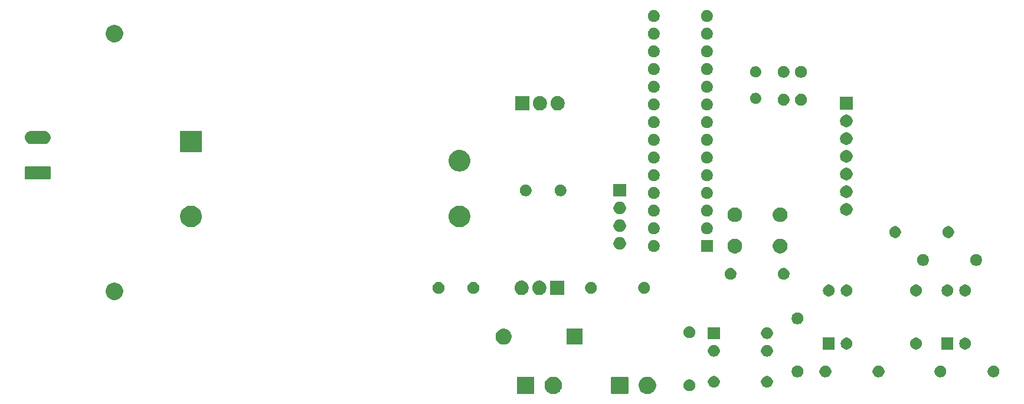
<source format=gbr>
G04 #@! TF.GenerationSoftware,KiCad,Pcbnew,(5.1.5)-3*
G04 #@! TF.CreationDate,2020-07-19T03:42:33+05:30*
G04 #@! TF.ProjectId,HA-V1.0,48412d56-312e-4302-9e6b-696361645f70,rev?*
G04 #@! TF.SameCoordinates,Original*
G04 #@! TF.FileFunction,Soldermask,Top*
G04 #@! TF.FilePolarity,Negative*
%FSLAX46Y46*%
G04 Gerber Fmt 4.6, Leading zero omitted, Abs format (unit mm)*
G04 Created by KiCad (PCBNEW (5.1.5)-3) date 2020-07-19 03:42:33*
%MOMM*%
%LPD*%
G04 APERTURE LIST*
%ADD10C,0.100000*%
G04 APERTURE END LIST*
D10*
G36*
X143324903Y-118297075D02*
G01*
X143488479Y-118364830D01*
X143552571Y-118391378D01*
X143757466Y-118528285D01*
X143931715Y-118702534D01*
X143931716Y-118702536D01*
X144068623Y-118907431D01*
X144162925Y-119135097D01*
X144211000Y-119376786D01*
X144211000Y-119623214D01*
X144165690Y-119851000D01*
X144162925Y-119864903D01*
X144068622Y-120092571D01*
X143931715Y-120297466D01*
X143757466Y-120471715D01*
X143552571Y-120608622D01*
X143552570Y-120608623D01*
X143552569Y-120608623D01*
X143324903Y-120702925D01*
X143083214Y-120751000D01*
X142836786Y-120751000D01*
X142595097Y-120702925D01*
X142367431Y-120608623D01*
X142367430Y-120608623D01*
X142367429Y-120608622D01*
X142162534Y-120471715D01*
X141988285Y-120297466D01*
X141851378Y-120092571D01*
X141757075Y-119864903D01*
X141754310Y-119851000D01*
X141709000Y-119623214D01*
X141709000Y-119376786D01*
X141757075Y-119135097D01*
X141851377Y-118907431D01*
X141988284Y-118702536D01*
X141988285Y-118702534D01*
X142162534Y-118528285D01*
X142367429Y-118391378D01*
X142431522Y-118364830D01*
X142595097Y-118297075D01*
X142836786Y-118249000D01*
X143083214Y-118249000D01*
X143324903Y-118297075D01*
G37*
G36*
X140120752Y-118252699D02*
G01*
X140150971Y-118261866D01*
X140178813Y-118276748D01*
X140203221Y-118296779D01*
X140223252Y-118321187D01*
X140238134Y-118349029D01*
X140247301Y-118379248D01*
X140251000Y-118416808D01*
X140251000Y-120583192D01*
X140247301Y-120620752D01*
X140238134Y-120650971D01*
X140223252Y-120678813D01*
X140203221Y-120703221D01*
X140178813Y-120723252D01*
X140150971Y-120738134D01*
X140120752Y-120747301D01*
X140083192Y-120751000D01*
X137916808Y-120751000D01*
X137879248Y-120747301D01*
X137849029Y-120738134D01*
X137821187Y-120723252D01*
X137796779Y-120703221D01*
X137776748Y-120678813D01*
X137761866Y-120650971D01*
X137752699Y-120620752D01*
X137749000Y-120583192D01*
X137749000Y-118416808D01*
X137752699Y-118379248D01*
X137761866Y-118349029D01*
X137776748Y-118321187D01*
X137796779Y-118296779D01*
X137821187Y-118276748D01*
X137849029Y-118261866D01*
X137879248Y-118252699D01*
X137916808Y-118249000D01*
X140083192Y-118249000D01*
X140120752Y-118252699D01*
G37*
G36*
X126620752Y-118252699D02*
G01*
X126650971Y-118261866D01*
X126678813Y-118276748D01*
X126703221Y-118296779D01*
X126723252Y-118321187D01*
X126738134Y-118349029D01*
X126747301Y-118379248D01*
X126751000Y-118416808D01*
X126751000Y-120583192D01*
X126747301Y-120620752D01*
X126738134Y-120650971D01*
X126723252Y-120678813D01*
X126703221Y-120703221D01*
X126678813Y-120723252D01*
X126650971Y-120738134D01*
X126620752Y-120747301D01*
X126583192Y-120751000D01*
X124416808Y-120751000D01*
X124379248Y-120747301D01*
X124349029Y-120738134D01*
X124321187Y-120723252D01*
X124296779Y-120703221D01*
X124276748Y-120678813D01*
X124261866Y-120650971D01*
X124252699Y-120620752D01*
X124249000Y-120583192D01*
X124249000Y-118416808D01*
X124252699Y-118379248D01*
X124261866Y-118349029D01*
X124276748Y-118321187D01*
X124296779Y-118296779D01*
X124321187Y-118276748D01*
X124349029Y-118261866D01*
X124379248Y-118252699D01*
X124416808Y-118249000D01*
X126583192Y-118249000D01*
X126620752Y-118252699D01*
G37*
G36*
X129824903Y-118297075D02*
G01*
X129988479Y-118364830D01*
X130052571Y-118391378D01*
X130257466Y-118528285D01*
X130431715Y-118702534D01*
X130431716Y-118702536D01*
X130568623Y-118907431D01*
X130662925Y-119135097D01*
X130711000Y-119376786D01*
X130711000Y-119623214D01*
X130665690Y-119851000D01*
X130662925Y-119864903D01*
X130568622Y-120092571D01*
X130431715Y-120297466D01*
X130257466Y-120471715D01*
X130052571Y-120608622D01*
X130052570Y-120608623D01*
X130052569Y-120608623D01*
X129824903Y-120702925D01*
X129583214Y-120751000D01*
X129336786Y-120751000D01*
X129095097Y-120702925D01*
X128867431Y-120608623D01*
X128867430Y-120608623D01*
X128867429Y-120608622D01*
X128662534Y-120471715D01*
X128488285Y-120297466D01*
X128351378Y-120092571D01*
X128257075Y-119864903D01*
X128254310Y-119851000D01*
X128209000Y-119623214D01*
X128209000Y-119376786D01*
X128257075Y-119135097D01*
X128351377Y-118907431D01*
X128488284Y-118702536D01*
X128488285Y-118702534D01*
X128662534Y-118528285D01*
X128867429Y-118391378D01*
X128931522Y-118364830D01*
X129095097Y-118297075D01*
X129336786Y-118249000D01*
X129583214Y-118249000D01*
X129824903Y-118297075D01*
G37*
G36*
X149248228Y-118681703D02*
G01*
X149403100Y-118745853D01*
X149542481Y-118838985D01*
X149661015Y-118957519D01*
X149754147Y-119096900D01*
X149818297Y-119251772D01*
X149851000Y-119416184D01*
X149851000Y-119583816D01*
X149818297Y-119748228D01*
X149754147Y-119903100D01*
X149661015Y-120042481D01*
X149542481Y-120161015D01*
X149403100Y-120254147D01*
X149248228Y-120318297D01*
X149083816Y-120351000D01*
X148916184Y-120351000D01*
X148751772Y-120318297D01*
X148596900Y-120254147D01*
X148457519Y-120161015D01*
X148338985Y-120042481D01*
X148245853Y-119903100D01*
X148181703Y-119748228D01*
X148149000Y-119583816D01*
X148149000Y-119416184D01*
X148181703Y-119251772D01*
X148245853Y-119096900D01*
X148338985Y-118957519D01*
X148457519Y-118838985D01*
X148596900Y-118745853D01*
X148751772Y-118681703D01*
X148916184Y-118649000D01*
X149083816Y-118649000D01*
X149248228Y-118681703D01*
G37*
G36*
X160368228Y-118181703D02*
G01*
X160523100Y-118245853D01*
X160662481Y-118338985D01*
X160781015Y-118457519D01*
X160874147Y-118596900D01*
X160938297Y-118751772D01*
X160971000Y-118916184D01*
X160971000Y-119083816D01*
X160938297Y-119248228D01*
X160874147Y-119403100D01*
X160781015Y-119542481D01*
X160662481Y-119661015D01*
X160523100Y-119754147D01*
X160368228Y-119818297D01*
X160203816Y-119851000D01*
X160036184Y-119851000D01*
X159871772Y-119818297D01*
X159716900Y-119754147D01*
X159577519Y-119661015D01*
X159458985Y-119542481D01*
X159365853Y-119403100D01*
X159301703Y-119248228D01*
X159269000Y-119083816D01*
X159269000Y-118916184D01*
X159301703Y-118751772D01*
X159365853Y-118596900D01*
X159458985Y-118457519D01*
X159577519Y-118338985D01*
X159716900Y-118245853D01*
X159871772Y-118181703D01*
X160036184Y-118149000D01*
X160203816Y-118149000D01*
X160368228Y-118181703D01*
G37*
G36*
X152748228Y-118181703D02*
G01*
X152903100Y-118245853D01*
X153042481Y-118338985D01*
X153161015Y-118457519D01*
X153254147Y-118596900D01*
X153318297Y-118751772D01*
X153351000Y-118916184D01*
X153351000Y-119083816D01*
X153318297Y-119248228D01*
X153254147Y-119403100D01*
X153161015Y-119542481D01*
X153042481Y-119661015D01*
X152903100Y-119754147D01*
X152748228Y-119818297D01*
X152583816Y-119851000D01*
X152416184Y-119851000D01*
X152251772Y-119818297D01*
X152096900Y-119754147D01*
X151957519Y-119661015D01*
X151838985Y-119542481D01*
X151745853Y-119403100D01*
X151681703Y-119248228D01*
X151649000Y-119083816D01*
X151649000Y-118916184D01*
X151681703Y-118751772D01*
X151745853Y-118596900D01*
X151838985Y-118457519D01*
X151957519Y-118338985D01*
X152096900Y-118245853D01*
X152251772Y-118181703D01*
X152416184Y-118149000D01*
X152583816Y-118149000D01*
X152748228Y-118181703D01*
G37*
G36*
X168748228Y-116681703D02*
G01*
X168903100Y-116745853D01*
X169042481Y-116838985D01*
X169161015Y-116957519D01*
X169254147Y-117096900D01*
X169318297Y-117251772D01*
X169351000Y-117416184D01*
X169351000Y-117583816D01*
X169318297Y-117748228D01*
X169254147Y-117903100D01*
X169161015Y-118042481D01*
X169042481Y-118161015D01*
X168903100Y-118254147D01*
X168748228Y-118318297D01*
X168583816Y-118351000D01*
X168416184Y-118351000D01*
X168251772Y-118318297D01*
X168096900Y-118254147D01*
X167957519Y-118161015D01*
X167838985Y-118042481D01*
X167745853Y-117903100D01*
X167681703Y-117748228D01*
X167649000Y-117583816D01*
X167649000Y-117416184D01*
X167681703Y-117251772D01*
X167745853Y-117096900D01*
X167838985Y-116957519D01*
X167957519Y-116838985D01*
X168096900Y-116745853D01*
X168251772Y-116681703D01*
X168416184Y-116649000D01*
X168583816Y-116649000D01*
X168748228Y-116681703D01*
G37*
G36*
X176368228Y-116681703D02*
G01*
X176523100Y-116745853D01*
X176662481Y-116838985D01*
X176781015Y-116957519D01*
X176874147Y-117096900D01*
X176938297Y-117251772D01*
X176971000Y-117416184D01*
X176971000Y-117583816D01*
X176938297Y-117748228D01*
X176874147Y-117903100D01*
X176781015Y-118042481D01*
X176662481Y-118161015D01*
X176523100Y-118254147D01*
X176368228Y-118318297D01*
X176203816Y-118351000D01*
X176036184Y-118351000D01*
X175871772Y-118318297D01*
X175716900Y-118254147D01*
X175577519Y-118161015D01*
X175458985Y-118042481D01*
X175365853Y-117903100D01*
X175301703Y-117748228D01*
X175269000Y-117583816D01*
X175269000Y-117416184D01*
X175301703Y-117251772D01*
X175365853Y-117096900D01*
X175458985Y-116957519D01*
X175577519Y-116838985D01*
X175716900Y-116745853D01*
X175871772Y-116681703D01*
X176036184Y-116649000D01*
X176203816Y-116649000D01*
X176368228Y-116681703D01*
G37*
G36*
X185248228Y-116681703D02*
G01*
X185403100Y-116745853D01*
X185542481Y-116838985D01*
X185661015Y-116957519D01*
X185754147Y-117096900D01*
X185818297Y-117251772D01*
X185851000Y-117416184D01*
X185851000Y-117583816D01*
X185818297Y-117748228D01*
X185754147Y-117903100D01*
X185661015Y-118042481D01*
X185542481Y-118161015D01*
X185403100Y-118254147D01*
X185248228Y-118318297D01*
X185083816Y-118351000D01*
X184916184Y-118351000D01*
X184751772Y-118318297D01*
X184596900Y-118254147D01*
X184457519Y-118161015D01*
X184338985Y-118042481D01*
X184245853Y-117903100D01*
X184181703Y-117748228D01*
X184149000Y-117583816D01*
X184149000Y-117416184D01*
X184181703Y-117251772D01*
X184245853Y-117096900D01*
X184338985Y-116957519D01*
X184457519Y-116838985D01*
X184596900Y-116745853D01*
X184751772Y-116681703D01*
X184916184Y-116649000D01*
X185083816Y-116649000D01*
X185248228Y-116681703D01*
G37*
G36*
X192868228Y-116681703D02*
G01*
X193023100Y-116745853D01*
X193162481Y-116838985D01*
X193281015Y-116957519D01*
X193374147Y-117096900D01*
X193438297Y-117251772D01*
X193471000Y-117416184D01*
X193471000Y-117583816D01*
X193438297Y-117748228D01*
X193374147Y-117903100D01*
X193281015Y-118042481D01*
X193162481Y-118161015D01*
X193023100Y-118254147D01*
X192868228Y-118318297D01*
X192703816Y-118351000D01*
X192536184Y-118351000D01*
X192371772Y-118318297D01*
X192216900Y-118254147D01*
X192077519Y-118161015D01*
X191958985Y-118042481D01*
X191865853Y-117903100D01*
X191801703Y-117748228D01*
X191769000Y-117583816D01*
X191769000Y-117416184D01*
X191801703Y-117251772D01*
X191865853Y-117096900D01*
X191958985Y-116957519D01*
X192077519Y-116838985D01*
X192216900Y-116745853D01*
X192371772Y-116681703D01*
X192536184Y-116649000D01*
X192703816Y-116649000D01*
X192868228Y-116681703D01*
G37*
G36*
X164748228Y-116681703D02*
G01*
X164903100Y-116745853D01*
X165042481Y-116838985D01*
X165161015Y-116957519D01*
X165254147Y-117096900D01*
X165318297Y-117251772D01*
X165351000Y-117416184D01*
X165351000Y-117583816D01*
X165318297Y-117748228D01*
X165254147Y-117903100D01*
X165161015Y-118042481D01*
X165042481Y-118161015D01*
X164903100Y-118254147D01*
X164748228Y-118318297D01*
X164583816Y-118351000D01*
X164416184Y-118351000D01*
X164251772Y-118318297D01*
X164096900Y-118254147D01*
X163957519Y-118161015D01*
X163838985Y-118042481D01*
X163745853Y-117903100D01*
X163681703Y-117748228D01*
X163649000Y-117583816D01*
X163649000Y-117416184D01*
X163681703Y-117251772D01*
X163745853Y-117096900D01*
X163838985Y-116957519D01*
X163957519Y-116838985D01*
X164096900Y-116745853D01*
X164251772Y-116681703D01*
X164416184Y-116649000D01*
X164583816Y-116649000D01*
X164748228Y-116681703D01*
G37*
G36*
X160368228Y-113721703D02*
G01*
X160523100Y-113785853D01*
X160662481Y-113878985D01*
X160781015Y-113997519D01*
X160874147Y-114136900D01*
X160938297Y-114291772D01*
X160971000Y-114456184D01*
X160971000Y-114623816D01*
X160938297Y-114788228D01*
X160874147Y-114943100D01*
X160781015Y-115082481D01*
X160662481Y-115201015D01*
X160523100Y-115294147D01*
X160368228Y-115358297D01*
X160203816Y-115391000D01*
X160036184Y-115391000D01*
X159871772Y-115358297D01*
X159716900Y-115294147D01*
X159577519Y-115201015D01*
X159458985Y-115082481D01*
X159365853Y-114943100D01*
X159301703Y-114788228D01*
X159269000Y-114623816D01*
X159269000Y-114456184D01*
X159301703Y-114291772D01*
X159365853Y-114136900D01*
X159458985Y-113997519D01*
X159577519Y-113878985D01*
X159716900Y-113785853D01*
X159871772Y-113721703D01*
X160036184Y-113689000D01*
X160203816Y-113689000D01*
X160368228Y-113721703D01*
G37*
G36*
X152748228Y-113721703D02*
G01*
X152903100Y-113785853D01*
X153042481Y-113878985D01*
X153161015Y-113997519D01*
X153254147Y-114136900D01*
X153318297Y-114291772D01*
X153351000Y-114456184D01*
X153351000Y-114623816D01*
X153318297Y-114788228D01*
X153254147Y-114943100D01*
X153161015Y-115082481D01*
X153042481Y-115201015D01*
X152903100Y-115294147D01*
X152748228Y-115358297D01*
X152583816Y-115391000D01*
X152416184Y-115391000D01*
X152251772Y-115358297D01*
X152096900Y-115294147D01*
X151957519Y-115201015D01*
X151838985Y-115082481D01*
X151745853Y-114943100D01*
X151681703Y-114788228D01*
X151649000Y-114623816D01*
X151649000Y-114456184D01*
X151681703Y-114291772D01*
X151745853Y-114136900D01*
X151838985Y-113997519D01*
X151957519Y-113878985D01*
X152096900Y-113785853D01*
X152251772Y-113721703D01*
X152416184Y-113689000D01*
X152583816Y-113689000D01*
X152748228Y-113721703D01*
G37*
G36*
X171788228Y-112681703D02*
G01*
X171943100Y-112745853D01*
X172082481Y-112838985D01*
X172201015Y-112957519D01*
X172294147Y-113096900D01*
X172358297Y-113251772D01*
X172391000Y-113416184D01*
X172391000Y-113583816D01*
X172358297Y-113748228D01*
X172294147Y-113903100D01*
X172201015Y-114042481D01*
X172082481Y-114161015D01*
X171943100Y-114254147D01*
X171788228Y-114318297D01*
X171623816Y-114351000D01*
X171456184Y-114351000D01*
X171291772Y-114318297D01*
X171136900Y-114254147D01*
X170997519Y-114161015D01*
X170878985Y-114042481D01*
X170785853Y-113903100D01*
X170721703Y-113748228D01*
X170689000Y-113583816D01*
X170689000Y-113416184D01*
X170721703Y-113251772D01*
X170785853Y-113096900D01*
X170878985Y-112957519D01*
X170997519Y-112838985D01*
X171136900Y-112745853D01*
X171291772Y-112681703D01*
X171456184Y-112649000D01*
X171623816Y-112649000D01*
X171788228Y-112681703D01*
G37*
G36*
X181748228Y-112681703D02*
G01*
X181903100Y-112745853D01*
X182042481Y-112838985D01*
X182161015Y-112957519D01*
X182254147Y-113096900D01*
X182318297Y-113251772D01*
X182351000Y-113416184D01*
X182351000Y-113583816D01*
X182318297Y-113748228D01*
X182254147Y-113903100D01*
X182161015Y-114042481D01*
X182042481Y-114161015D01*
X181903100Y-114254147D01*
X181748228Y-114318297D01*
X181583816Y-114351000D01*
X181416184Y-114351000D01*
X181251772Y-114318297D01*
X181096900Y-114254147D01*
X180957519Y-114161015D01*
X180838985Y-114042481D01*
X180745853Y-113903100D01*
X180681703Y-113748228D01*
X180649000Y-113583816D01*
X180649000Y-113416184D01*
X180681703Y-113251772D01*
X180745853Y-113096900D01*
X180838985Y-112957519D01*
X180957519Y-112838985D01*
X181096900Y-112745853D01*
X181251772Y-112681703D01*
X181416184Y-112649000D01*
X181583816Y-112649000D01*
X181748228Y-112681703D01*
G37*
G36*
X169851000Y-114351000D02*
G01*
X168149000Y-114351000D01*
X168149000Y-112649000D01*
X169851000Y-112649000D01*
X169851000Y-114351000D01*
G37*
G36*
X186851000Y-114351000D02*
G01*
X185149000Y-114351000D01*
X185149000Y-112649000D01*
X186851000Y-112649000D01*
X186851000Y-114351000D01*
G37*
G36*
X188788228Y-112681703D02*
G01*
X188943100Y-112745853D01*
X189082481Y-112838985D01*
X189201015Y-112957519D01*
X189294147Y-113096900D01*
X189358297Y-113251772D01*
X189391000Y-113416184D01*
X189391000Y-113583816D01*
X189358297Y-113748228D01*
X189294147Y-113903100D01*
X189201015Y-114042481D01*
X189082481Y-114161015D01*
X188943100Y-114254147D01*
X188788228Y-114318297D01*
X188623816Y-114351000D01*
X188456184Y-114351000D01*
X188291772Y-114318297D01*
X188136900Y-114254147D01*
X187997519Y-114161015D01*
X187878985Y-114042481D01*
X187785853Y-113903100D01*
X187721703Y-113748228D01*
X187689000Y-113583816D01*
X187689000Y-113416184D01*
X187721703Y-113251772D01*
X187785853Y-113096900D01*
X187878985Y-112957519D01*
X187997519Y-112838985D01*
X188136900Y-112745853D01*
X188291772Y-112681703D01*
X188456184Y-112649000D01*
X188623816Y-112649000D01*
X188788228Y-112681703D01*
G37*
G36*
X122564549Y-111371116D02*
G01*
X122675734Y-111393232D01*
X122823850Y-111454584D01*
X122877734Y-111476903D01*
X122885203Y-111479997D01*
X123073720Y-111605960D01*
X123234040Y-111766280D01*
X123334203Y-111916185D01*
X123360004Y-111954799D01*
X123363739Y-111963816D01*
X123446768Y-112164266D01*
X123491000Y-112386636D01*
X123491000Y-112613364D01*
X123446768Y-112835734D01*
X123360003Y-113045203D01*
X123234040Y-113233720D01*
X123073720Y-113394040D01*
X122885203Y-113520003D01*
X122675734Y-113606768D01*
X122564549Y-113628884D01*
X122453365Y-113651000D01*
X122226635Y-113651000D01*
X122115451Y-113628884D01*
X122004266Y-113606768D01*
X121794797Y-113520003D01*
X121606280Y-113394040D01*
X121445960Y-113233720D01*
X121319997Y-113045203D01*
X121233232Y-112835734D01*
X121189000Y-112613364D01*
X121189000Y-112386636D01*
X121233232Y-112164266D01*
X121316261Y-111963816D01*
X121319996Y-111954799D01*
X121345797Y-111916185D01*
X121445960Y-111766280D01*
X121606280Y-111605960D01*
X121794797Y-111479997D01*
X121802267Y-111476903D01*
X121856150Y-111454584D01*
X122004266Y-111393232D01*
X122115451Y-111371116D01*
X122226635Y-111349000D01*
X122453365Y-111349000D01*
X122564549Y-111371116D01*
G37*
G36*
X133651000Y-113651000D02*
G01*
X131349000Y-113651000D01*
X131349000Y-111349000D01*
X133651000Y-111349000D01*
X133651000Y-113651000D01*
G37*
G36*
X160368228Y-111181703D02*
G01*
X160523100Y-111245853D01*
X160662481Y-111338985D01*
X160781015Y-111457519D01*
X160874147Y-111596900D01*
X160938297Y-111751772D01*
X160971000Y-111916184D01*
X160971000Y-112083816D01*
X160938297Y-112248228D01*
X160874147Y-112403100D01*
X160781015Y-112542481D01*
X160662481Y-112661015D01*
X160523100Y-112754147D01*
X160368228Y-112818297D01*
X160203816Y-112851000D01*
X160036184Y-112851000D01*
X159871772Y-112818297D01*
X159716900Y-112754147D01*
X159577519Y-112661015D01*
X159458985Y-112542481D01*
X159365853Y-112403100D01*
X159301703Y-112248228D01*
X159269000Y-112083816D01*
X159269000Y-111916184D01*
X159301703Y-111751772D01*
X159365853Y-111596900D01*
X159458985Y-111457519D01*
X159577519Y-111338985D01*
X159716900Y-111245853D01*
X159871772Y-111181703D01*
X160036184Y-111149000D01*
X160203816Y-111149000D01*
X160368228Y-111181703D01*
G37*
G36*
X153351000Y-112851000D02*
G01*
X151649000Y-112851000D01*
X151649000Y-111149000D01*
X153351000Y-111149000D01*
X153351000Y-112851000D01*
G37*
G36*
X149248228Y-111061703D02*
G01*
X149403100Y-111125853D01*
X149542481Y-111218985D01*
X149661015Y-111337519D01*
X149754147Y-111476900D01*
X149818297Y-111631772D01*
X149851000Y-111796184D01*
X149851000Y-111963816D01*
X149818297Y-112128228D01*
X149754147Y-112283100D01*
X149661015Y-112422481D01*
X149542481Y-112541015D01*
X149403100Y-112634147D01*
X149248228Y-112698297D01*
X149083816Y-112731000D01*
X148916184Y-112731000D01*
X148751772Y-112698297D01*
X148596900Y-112634147D01*
X148457519Y-112541015D01*
X148338985Y-112422481D01*
X148245853Y-112283100D01*
X148181703Y-112128228D01*
X148149000Y-111963816D01*
X148149000Y-111796184D01*
X148181703Y-111631772D01*
X148245853Y-111476900D01*
X148338985Y-111337519D01*
X148457519Y-111218985D01*
X148596900Y-111125853D01*
X148751772Y-111061703D01*
X148916184Y-111029000D01*
X149083816Y-111029000D01*
X149248228Y-111061703D01*
G37*
G36*
X164748228Y-109061703D02*
G01*
X164903100Y-109125853D01*
X165042481Y-109218985D01*
X165161015Y-109337519D01*
X165254147Y-109476900D01*
X165318297Y-109631772D01*
X165351000Y-109796184D01*
X165351000Y-109963816D01*
X165318297Y-110128228D01*
X165254147Y-110283100D01*
X165161015Y-110422481D01*
X165042481Y-110541015D01*
X164903100Y-110634147D01*
X164748228Y-110698297D01*
X164583816Y-110731000D01*
X164416184Y-110731000D01*
X164251772Y-110698297D01*
X164096900Y-110634147D01*
X163957519Y-110541015D01*
X163838985Y-110422481D01*
X163745853Y-110283100D01*
X163681703Y-110128228D01*
X163649000Y-109963816D01*
X163649000Y-109796184D01*
X163681703Y-109631772D01*
X163745853Y-109476900D01*
X163838985Y-109337519D01*
X163957519Y-109218985D01*
X164096900Y-109125853D01*
X164251772Y-109061703D01*
X164416184Y-109029000D01*
X164583816Y-109029000D01*
X164748228Y-109061703D01*
G37*
G36*
X66864903Y-104797075D02*
G01*
X67092571Y-104891378D01*
X67297466Y-105028285D01*
X67471715Y-105202534D01*
X67605800Y-105403206D01*
X67608623Y-105407431D01*
X67702925Y-105635097D01*
X67751000Y-105876786D01*
X67751000Y-106123214D01*
X67705690Y-106351000D01*
X67702925Y-106364903D01*
X67608622Y-106592571D01*
X67471715Y-106797466D01*
X67297466Y-106971715D01*
X67092571Y-107108622D01*
X67092570Y-107108623D01*
X67092569Y-107108623D01*
X66864903Y-107202925D01*
X66623214Y-107251000D01*
X66376786Y-107251000D01*
X66135097Y-107202925D01*
X65907431Y-107108623D01*
X65907430Y-107108623D01*
X65907429Y-107108622D01*
X65702534Y-106971715D01*
X65528285Y-106797466D01*
X65391378Y-106592571D01*
X65297075Y-106364903D01*
X65294310Y-106351000D01*
X65249000Y-106123214D01*
X65249000Y-105876786D01*
X65297075Y-105635097D01*
X65391377Y-105407431D01*
X65394200Y-105403206D01*
X65528285Y-105202534D01*
X65702534Y-105028285D01*
X65907429Y-104891378D01*
X66135097Y-104797075D01*
X66376786Y-104749000D01*
X66623214Y-104749000D01*
X66864903Y-104797075D01*
G37*
G36*
X169248228Y-105061703D02*
G01*
X169403100Y-105125853D01*
X169542481Y-105218985D01*
X169661015Y-105337519D01*
X169754147Y-105476900D01*
X169818297Y-105631772D01*
X169851000Y-105796184D01*
X169851000Y-105963816D01*
X169818297Y-106128228D01*
X169754147Y-106283100D01*
X169661015Y-106422481D01*
X169542481Y-106541015D01*
X169403100Y-106634147D01*
X169248228Y-106698297D01*
X169083816Y-106731000D01*
X168916184Y-106731000D01*
X168751772Y-106698297D01*
X168596900Y-106634147D01*
X168457519Y-106541015D01*
X168338985Y-106422481D01*
X168245853Y-106283100D01*
X168181703Y-106128228D01*
X168149000Y-105963816D01*
X168149000Y-105796184D01*
X168181703Y-105631772D01*
X168245853Y-105476900D01*
X168338985Y-105337519D01*
X168457519Y-105218985D01*
X168596900Y-105125853D01*
X168751772Y-105061703D01*
X168916184Y-105029000D01*
X169083816Y-105029000D01*
X169248228Y-105061703D01*
G37*
G36*
X186248228Y-105061703D02*
G01*
X186403100Y-105125853D01*
X186542481Y-105218985D01*
X186661015Y-105337519D01*
X186754147Y-105476900D01*
X186818297Y-105631772D01*
X186851000Y-105796184D01*
X186851000Y-105963816D01*
X186818297Y-106128228D01*
X186754147Y-106283100D01*
X186661015Y-106422481D01*
X186542481Y-106541015D01*
X186403100Y-106634147D01*
X186248228Y-106698297D01*
X186083816Y-106731000D01*
X185916184Y-106731000D01*
X185751772Y-106698297D01*
X185596900Y-106634147D01*
X185457519Y-106541015D01*
X185338985Y-106422481D01*
X185245853Y-106283100D01*
X185181703Y-106128228D01*
X185149000Y-105963816D01*
X185149000Y-105796184D01*
X185181703Y-105631772D01*
X185245853Y-105476900D01*
X185338985Y-105337519D01*
X185457519Y-105218985D01*
X185596900Y-105125853D01*
X185751772Y-105061703D01*
X185916184Y-105029000D01*
X186083816Y-105029000D01*
X186248228Y-105061703D01*
G37*
G36*
X188788228Y-105061703D02*
G01*
X188943100Y-105125853D01*
X189082481Y-105218985D01*
X189201015Y-105337519D01*
X189294147Y-105476900D01*
X189358297Y-105631772D01*
X189391000Y-105796184D01*
X189391000Y-105963816D01*
X189358297Y-106128228D01*
X189294147Y-106283100D01*
X189201015Y-106422481D01*
X189082481Y-106541015D01*
X188943100Y-106634147D01*
X188788228Y-106698297D01*
X188623816Y-106731000D01*
X188456184Y-106731000D01*
X188291772Y-106698297D01*
X188136900Y-106634147D01*
X187997519Y-106541015D01*
X187878985Y-106422481D01*
X187785853Y-106283100D01*
X187721703Y-106128228D01*
X187689000Y-105963816D01*
X187689000Y-105796184D01*
X187721703Y-105631772D01*
X187785853Y-105476900D01*
X187878985Y-105337519D01*
X187997519Y-105218985D01*
X188136900Y-105125853D01*
X188291772Y-105061703D01*
X188456184Y-105029000D01*
X188623816Y-105029000D01*
X188788228Y-105061703D01*
G37*
G36*
X171788228Y-105061703D02*
G01*
X171943100Y-105125853D01*
X172082481Y-105218985D01*
X172201015Y-105337519D01*
X172294147Y-105476900D01*
X172358297Y-105631772D01*
X172391000Y-105796184D01*
X172391000Y-105963816D01*
X172358297Y-106128228D01*
X172294147Y-106283100D01*
X172201015Y-106422481D01*
X172082481Y-106541015D01*
X171943100Y-106634147D01*
X171788228Y-106698297D01*
X171623816Y-106731000D01*
X171456184Y-106731000D01*
X171291772Y-106698297D01*
X171136900Y-106634147D01*
X170997519Y-106541015D01*
X170878985Y-106422481D01*
X170785853Y-106283100D01*
X170721703Y-106128228D01*
X170689000Y-105963816D01*
X170689000Y-105796184D01*
X170721703Y-105631772D01*
X170785853Y-105476900D01*
X170878985Y-105337519D01*
X170997519Y-105218985D01*
X171136900Y-105125853D01*
X171291772Y-105061703D01*
X171456184Y-105029000D01*
X171623816Y-105029000D01*
X171788228Y-105061703D01*
G37*
G36*
X181748228Y-105061703D02*
G01*
X181903100Y-105125853D01*
X182042481Y-105218985D01*
X182161015Y-105337519D01*
X182254147Y-105476900D01*
X182318297Y-105631772D01*
X182351000Y-105796184D01*
X182351000Y-105963816D01*
X182318297Y-106128228D01*
X182254147Y-106283100D01*
X182161015Y-106422481D01*
X182042481Y-106541015D01*
X181903100Y-106634147D01*
X181748228Y-106698297D01*
X181583816Y-106731000D01*
X181416184Y-106731000D01*
X181251772Y-106698297D01*
X181096900Y-106634147D01*
X180957519Y-106541015D01*
X180838985Y-106422481D01*
X180745853Y-106283100D01*
X180681703Y-106128228D01*
X180649000Y-105963816D01*
X180649000Y-105796184D01*
X180681703Y-105631772D01*
X180745853Y-105476900D01*
X180838985Y-105337519D01*
X180957519Y-105218985D01*
X181096900Y-105125853D01*
X181251772Y-105061703D01*
X181416184Y-105029000D01*
X181583816Y-105029000D01*
X181748228Y-105061703D01*
G37*
G36*
X125116720Y-104463520D02*
G01*
X125305881Y-104520901D01*
X125480212Y-104614083D01*
X125633015Y-104739485D01*
X125758417Y-104892288D01*
X125793284Y-104957520D01*
X125851598Y-105066617D01*
X125851599Y-105066620D01*
X125908980Y-105255781D01*
X125923500Y-105403207D01*
X125923500Y-105596794D01*
X125908980Y-105744220D01*
X125851599Y-105933381D01*
X125758417Y-106107712D01*
X125633015Y-106260515D01*
X125480212Y-106385917D01*
X125411807Y-106422480D01*
X125305883Y-106479098D01*
X125305880Y-106479099D01*
X125116719Y-106536480D01*
X124920000Y-106555855D01*
X124723280Y-106536480D01*
X124534119Y-106479099D01*
X124359788Y-106385917D01*
X124206985Y-106260515D01*
X124081583Y-106107712D01*
X124004669Y-105963816D01*
X123988402Y-105933383D01*
X123946784Y-105796185D01*
X123931020Y-105744219D01*
X123916500Y-105596793D01*
X123916500Y-105403206D01*
X123931020Y-105255780D01*
X123988401Y-105066619D01*
X124081583Y-104892288D01*
X124206985Y-104739485D01*
X124359788Y-104614083D01*
X124534120Y-104520901D01*
X124723281Y-104463520D01*
X124920000Y-104444145D01*
X125116720Y-104463520D01*
G37*
G36*
X127656720Y-104463520D02*
G01*
X127845881Y-104520901D01*
X128020212Y-104614083D01*
X128173015Y-104739485D01*
X128298417Y-104892288D01*
X128333284Y-104957520D01*
X128391598Y-105066617D01*
X128391599Y-105066620D01*
X128448980Y-105255781D01*
X128463500Y-105403207D01*
X128463500Y-105596794D01*
X128448980Y-105744220D01*
X128391599Y-105933381D01*
X128298417Y-106107712D01*
X128173015Y-106260515D01*
X128020212Y-106385917D01*
X127951807Y-106422480D01*
X127845883Y-106479098D01*
X127845880Y-106479099D01*
X127656719Y-106536480D01*
X127460000Y-106555855D01*
X127263280Y-106536480D01*
X127074119Y-106479099D01*
X126899788Y-106385917D01*
X126746985Y-106260515D01*
X126621583Y-106107712D01*
X126544669Y-105963816D01*
X126528402Y-105933383D01*
X126486784Y-105796185D01*
X126471020Y-105744219D01*
X126456500Y-105596793D01*
X126456500Y-105403206D01*
X126471020Y-105255780D01*
X126528401Y-105066619D01*
X126621583Y-104892288D01*
X126746985Y-104739485D01*
X126899788Y-104614083D01*
X127074120Y-104520901D01*
X127263281Y-104463520D01*
X127460000Y-104444145D01*
X127656720Y-104463520D01*
G37*
G36*
X131003500Y-106551000D02*
G01*
X128996500Y-106551000D01*
X128996500Y-104449000D01*
X131003500Y-104449000D01*
X131003500Y-106551000D01*
G37*
G36*
X118248228Y-104681703D02*
G01*
X118403100Y-104745853D01*
X118542481Y-104838985D01*
X118661015Y-104957519D01*
X118754147Y-105096900D01*
X118818297Y-105251772D01*
X118851000Y-105416184D01*
X118851000Y-105583816D01*
X118818297Y-105748228D01*
X118754147Y-105903100D01*
X118661015Y-106042481D01*
X118542481Y-106161015D01*
X118403100Y-106254147D01*
X118248228Y-106318297D01*
X118083816Y-106351000D01*
X117916184Y-106351000D01*
X117751772Y-106318297D01*
X117596900Y-106254147D01*
X117457519Y-106161015D01*
X117338985Y-106042481D01*
X117245853Y-105903100D01*
X117181703Y-105748228D01*
X117149000Y-105583816D01*
X117149000Y-105416184D01*
X117181703Y-105251772D01*
X117245853Y-105096900D01*
X117338985Y-104957519D01*
X117457519Y-104838985D01*
X117596900Y-104745853D01*
X117751772Y-104681703D01*
X117916184Y-104649000D01*
X118083816Y-104649000D01*
X118248228Y-104681703D01*
G37*
G36*
X113248228Y-104681703D02*
G01*
X113403100Y-104745853D01*
X113542481Y-104838985D01*
X113661015Y-104957519D01*
X113754147Y-105096900D01*
X113818297Y-105251772D01*
X113851000Y-105416184D01*
X113851000Y-105583816D01*
X113818297Y-105748228D01*
X113754147Y-105903100D01*
X113661015Y-106042481D01*
X113542481Y-106161015D01*
X113403100Y-106254147D01*
X113248228Y-106318297D01*
X113083816Y-106351000D01*
X112916184Y-106351000D01*
X112751772Y-106318297D01*
X112596900Y-106254147D01*
X112457519Y-106161015D01*
X112338985Y-106042481D01*
X112245853Y-105903100D01*
X112181703Y-105748228D01*
X112149000Y-105583816D01*
X112149000Y-105416184D01*
X112181703Y-105251772D01*
X112245853Y-105096900D01*
X112338985Y-104957519D01*
X112457519Y-104838985D01*
X112596900Y-104745853D01*
X112751772Y-104681703D01*
X112916184Y-104649000D01*
X113083816Y-104649000D01*
X113248228Y-104681703D01*
G37*
G36*
X142748228Y-104681703D02*
G01*
X142903100Y-104745853D01*
X143042481Y-104838985D01*
X143161015Y-104957519D01*
X143254147Y-105096900D01*
X143318297Y-105251772D01*
X143351000Y-105416184D01*
X143351000Y-105583816D01*
X143318297Y-105748228D01*
X143254147Y-105903100D01*
X143161015Y-106042481D01*
X143042481Y-106161015D01*
X142903100Y-106254147D01*
X142748228Y-106318297D01*
X142583816Y-106351000D01*
X142416184Y-106351000D01*
X142251772Y-106318297D01*
X142096900Y-106254147D01*
X141957519Y-106161015D01*
X141838985Y-106042481D01*
X141745853Y-105903100D01*
X141681703Y-105748228D01*
X141649000Y-105583816D01*
X141649000Y-105416184D01*
X141681703Y-105251772D01*
X141745853Y-105096900D01*
X141838985Y-104957519D01*
X141957519Y-104838985D01*
X142096900Y-104745853D01*
X142251772Y-104681703D01*
X142416184Y-104649000D01*
X142583816Y-104649000D01*
X142748228Y-104681703D01*
G37*
G36*
X135128228Y-104681703D02*
G01*
X135283100Y-104745853D01*
X135422481Y-104838985D01*
X135541015Y-104957519D01*
X135634147Y-105096900D01*
X135698297Y-105251772D01*
X135731000Y-105416184D01*
X135731000Y-105583816D01*
X135698297Y-105748228D01*
X135634147Y-105903100D01*
X135541015Y-106042481D01*
X135422481Y-106161015D01*
X135283100Y-106254147D01*
X135128228Y-106318297D01*
X134963816Y-106351000D01*
X134796184Y-106351000D01*
X134631772Y-106318297D01*
X134476900Y-106254147D01*
X134337519Y-106161015D01*
X134218985Y-106042481D01*
X134125853Y-105903100D01*
X134061703Y-105748228D01*
X134029000Y-105583816D01*
X134029000Y-105416184D01*
X134061703Y-105251772D01*
X134125853Y-105096900D01*
X134218985Y-104957519D01*
X134337519Y-104838985D01*
X134476900Y-104745853D01*
X134631772Y-104681703D01*
X134796184Y-104649000D01*
X134963816Y-104649000D01*
X135128228Y-104681703D01*
G37*
G36*
X155128228Y-102681703D02*
G01*
X155283100Y-102745853D01*
X155422481Y-102838985D01*
X155541015Y-102957519D01*
X155634147Y-103096900D01*
X155698297Y-103251772D01*
X155731000Y-103416184D01*
X155731000Y-103583816D01*
X155698297Y-103748228D01*
X155634147Y-103903100D01*
X155541015Y-104042481D01*
X155422481Y-104161015D01*
X155283100Y-104254147D01*
X155128228Y-104318297D01*
X154963816Y-104351000D01*
X154796184Y-104351000D01*
X154631772Y-104318297D01*
X154476900Y-104254147D01*
X154337519Y-104161015D01*
X154218985Y-104042481D01*
X154125853Y-103903100D01*
X154061703Y-103748228D01*
X154029000Y-103583816D01*
X154029000Y-103416184D01*
X154061703Y-103251772D01*
X154125853Y-103096900D01*
X154218985Y-102957519D01*
X154337519Y-102838985D01*
X154476900Y-102745853D01*
X154631772Y-102681703D01*
X154796184Y-102649000D01*
X154963816Y-102649000D01*
X155128228Y-102681703D01*
G37*
G36*
X162748228Y-102681703D02*
G01*
X162903100Y-102745853D01*
X163042481Y-102838985D01*
X163161015Y-102957519D01*
X163254147Y-103096900D01*
X163318297Y-103251772D01*
X163351000Y-103416184D01*
X163351000Y-103583816D01*
X163318297Y-103748228D01*
X163254147Y-103903100D01*
X163161015Y-104042481D01*
X163042481Y-104161015D01*
X162903100Y-104254147D01*
X162748228Y-104318297D01*
X162583816Y-104351000D01*
X162416184Y-104351000D01*
X162251772Y-104318297D01*
X162096900Y-104254147D01*
X161957519Y-104161015D01*
X161838985Y-104042481D01*
X161745853Y-103903100D01*
X161681703Y-103748228D01*
X161649000Y-103583816D01*
X161649000Y-103416184D01*
X161681703Y-103251772D01*
X161745853Y-103096900D01*
X161838985Y-102957519D01*
X161957519Y-102838985D01*
X162096900Y-102745853D01*
X162251772Y-102681703D01*
X162416184Y-102649000D01*
X162583816Y-102649000D01*
X162748228Y-102681703D01*
G37*
G36*
X182748228Y-100681703D02*
G01*
X182903100Y-100745853D01*
X183042481Y-100838985D01*
X183161015Y-100957519D01*
X183254147Y-101096900D01*
X183318297Y-101251772D01*
X183351000Y-101416184D01*
X183351000Y-101583816D01*
X183318297Y-101748228D01*
X183254147Y-101903100D01*
X183161015Y-102042481D01*
X183042481Y-102161015D01*
X182903100Y-102254147D01*
X182748228Y-102318297D01*
X182583816Y-102351000D01*
X182416184Y-102351000D01*
X182251772Y-102318297D01*
X182096900Y-102254147D01*
X181957519Y-102161015D01*
X181838985Y-102042481D01*
X181745853Y-101903100D01*
X181681703Y-101748228D01*
X181649000Y-101583816D01*
X181649000Y-101416184D01*
X181681703Y-101251772D01*
X181745853Y-101096900D01*
X181838985Y-100957519D01*
X181957519Y-100838985D01*
X182096900Y-100745853D01*
X182251772Y-100681703D01*
X182416184Y-100649000D01*
X182583816Y-100649000D01*
X182748228Y-100681703D01*
G37*
G36*
X190368228Y-100681703D02*
G01*
X190523100Y-100745853D01*
X190662481Y-100838985D01*
X190781015Y-100957519D01*
X190874147Y-101096900D01*
X190938297Y-101251772D01*
X190971000Y-101416184D01*
X190971000Y-101583816D01*
X190938297Y-101748228D01*
X190874147Y-101903100D01*
X190781015Y-102042481D01*
X190662481Y-102161015D01*
X190523100Y-102254147D01*
X190368228Y-102318297D01*
X190203816Y-102351000D01*
X190036184Y-102351000D01*
X189871772Y-102318297D01*
X189716900Y-102254147D01*
X189577519Y-102161015D01*
X189458985Y-102042481D01*
X189365853Y-101903100D01*
X189301703Y-101748228D01*
X189269000Y-101583816D01*
X189269000Y-101416184D01*
X189301703Y-101251772D01*
X189365853Y-101096900D01*
X189458985Y-100957519D01*
X189577519Y-100838985D01*
X189716900Y-100745853D01*
X189871772Y-100681703D01*
X190036184Y-100649000D01*
X190203816Y-100649000D01*
X190368228Y-100681703D01*
G37*
G36*
X155806564Y-98489389D02*
G01*
X155997833Y-98568615D01*
X155997835Y-98568616D01*
X156118138Y-98649000D01*
X156169973Y-98683635D01*
X156316365Y-98830027D01*
X156431385Y-99002167D01*
X156510611Y-99193436D01*
X156551000Y-99396484D01*
X156551000Y-99603516D01*
X156510611Y-99806564D01*
X156431385Y-99997833D01*
X156431384Y-99997835D01*
X156316365Y-100169973D01*
X156169973Y-100316365D01*
X155997835Y-100431384D01*
X155997834Y-100431385D01*
X155997833Y-100431385D01*
X155806564Y-100510611D01*
X155603516Y-100551000D01*
X155396484Y-100551000D01*
X155193436Y-100510611D01*
X155002167Y-100431385D01*
X155002166Y-100431385D01*
X155002165Y-100431384D01*
X154830027Y-100316365D01*
X154683635Y-100169973D01*
X154568616Y-99997835D01*
X154568615Y-99997833D01*
X154489389Y-99806564D01*
X154449000Y-99603516D01*
X154449000Y-99396484D01*
X154489389Y-99193436D01*
X154568615Y-99002167D01*
X154683635Y-98830027D01*
X154830027Y-98683635D01*
X154881862Y-98649000D01*
X155002165Y-98568616D01*
X155002167Y-98568615D01*
X155193436Y-98489389D01*
X155396484Y-98449000D01*
X155603516Y-98449000D01*
X155806564Y-98489389D01*
G37*
G36*
X162306564Y-98489389D02*
G01*
X162497833Y-98568615D01*
X162497835Y-98568616D01*
X162618138Y-98649000D01*
X162669973Y-98683635D01*
X162816365Y-98830027D01*
X162931385Y-99002167D01*
X163010611Y-99193436D01*
X163051000Y-99396484D01*
X163051000Y-99603516D01*
X163010611Y-99806564D01*
X162931385Y-99997833D01*
X162931384Y-99997835D01*
X162816365Y-100169973D01*
X162669973Y-100316365D01*
X162497835Y-100431384D01*
X162497834Y-100431385D01*
X162497833Y-100431385D01*
X162306564Y-100510611D01*
X162103516Y-100551000D01*
X161896484Y-100551000D01*
X161693436Y-100510611D01*
X161502167Y-100431385D01*
X161502166Y-100431385D01*
X161502165Y-100431384D01*
X161330027Y-100316365D01*
X161183635Y-100169973D01*
X161068616Y-99997835D01*
X161068615Y-99997833D01*
X160989389Y-99806564D01*
X160949000Y-99603516D01*
X160949000Y-99396484D01*
X160989389Y-99193436D01*
X161068615Y-99002167D01*
X161183635Y-98830027D01*
X161330027Y-98683635D01*
X161381862Y-98649000D01*
X161502165Y-98568616D01*
X161502167Y-98568615D01*
X161693436Y-98489389D01*
X161896484Y-98449000D01*
X162103516Y-98449000D01*
X162306564Y-98489389D01*
G37*
G36*
X144128228Y-98681703D02*
G01*
X144283100Y-98745853D01*
X144422481Y-98838985D01*
X144541015Y-98957519D01*
X144634147Y-99096900D01*
X144698297Y-99251772D01*
X144731000Y-99416184D01*
X144731000Y-99583816D01*
X144698297Y-99748228D01*
X144634147Y-99903100D01*
X144541015Y-100042481D01*
X144422481Y-100161015D01*
X144283100Y-100254147D01*
X144128228Y-100318297D01*
X143963816Y-100351000D01*
X143796184Y-100351000D01*
X143631772Y-100318297D01*
X143476900Y-100254147D01*
X143337519Y-100161015D01*
X143218985Y-100042481D01*
X143125853Y-99903100D01*
X143061703Y-99748228D01*
X143029000Y-99583816D01*
X143029000Y-99416184D01*
X143061703Y-99251772D01*
X143125853Y-99096900D01*
X143218985Y-98957519D01*
X143337519Y-98838985D01*
X143476900Y-98745853D01*
X143631772Y-98681703D01*
X143796184Y-98649000D01*
X143963816Y-98649000D01*
X144128228Y-98681703D01*
G37*
G36*
X152351000Y-100351000D02*
G01*
X150649000Y-100351000D01*
X150649000Y-98649000D01*
X152351000Y-98649000D01*
X152351000Y-100351000D01*
G37*
G36*
X139113512Y-98223927D02*
G01*
X139262812Y-98253624D01*
X139426784Y-98321544D01*
X139574354Y-98420147D01*
X139699853Y-98545646D01*
X139798456Y-98693216D01*
X139866376Y-98857188D01*
X139901000Y-99031259D01*
X139901000Y-99208741D01*
X139866376Y-99382812D01*
X139798456Y-99546784D01*
X139699853Y-99694354D01*
X139574354Y-99819853D01*
X139426784Y-99918456D01*
X139262812Y-99986376D01*
X139113512Y-100016073D01*
X139088742Y-100021000D01*
X138911258Y-100021000D01*
X138886488Y-100016073D01*
X138737188Y-99986376D01*
X138573216Y-99918456D01*
X138425646Y-99819853D01*
X138300147Y-99694354D01*
X138201544Y-99546784D01*
X138133624Y-99382812D01*
X138099000Y-99208741D01*
X138099000Y-99031259D01*
X138133624Y-98857188D01*
X138201544Y-98693216D01*
X138300147Y-98545646D01*
X138425646Y-98420147D01*
X138573216Y-98321544D01*
X138737188Y-98253624D01*
X138886488Y-98223927D01*
X138911258Y-98219000D01*
X139088742Y-98219000D01*
X139113512Y-98223927D01*
G37*
G36*
X186368228Y-96681703D02*
G01*
X186523100Y-96745853D01*
X186662481Y-96838985D01*
X186781015Y-96957519D01*
X186874147Y-97096900D01*
X186938297Y-97251772D01*
X186971000Y-97416184D01*
X186971000Y-97583816D01*
X186938297Y-97748228D01*
X186874147Y-97903100D01*
X186781015Y-98042481D01*
X186662481Y-98161015D01*
X186523100Y-98254147D01*
X186368228Y-98318297D01*
X186203816Y-98351000D01*
X186036184Y-98351000D01*
X185871772Y-98318297D01*
X185716900Y-98254147D01*
X185577519Y-98161015D01*
X185458985Y-98042481D01*
X185365853Y-97903100D01*
X185301703Y-97748228D01*
X185269000Y-97583816D01*
X185269000Y-97416184D01*
X185301703Y-97251772D01*
X185365853Y-97096900D01*
X185458985Y-96957519D01*
X185577519Y-96838985D01*
X185716900Y-96745853D01*
X185871772Y-96681703D01*
X186036184Y-96649000D01*
X186203816Y-96649000D01*
X186368228Y-96681703D01*
G37*
G36*
X178748228Y-96681703D02*
G01*
X178903100Y-96745853D01*
X179042481Y-96838985D01*
X179161015Y-96957519D01*
X179254147Y-97096900D01*
X179318297Y-97251772D01*
X179351000Y-97416184D01*
X179351000Y-97583816D01*
X179318297Y-97748228D01*
X179254147Y-97903100D01*
X179161015Y-98042481D01*
X179042481Y-98161015D01*
X178903100Y-98254147D01*
X178748228Y-98318297D01*
X178583816Y-98351000D01*
X178416184Y-98351000D01*
X178251772Y-98318297D01*
X178096900Y-98254147D01*
X177957519Y-98161015D01*
X177838985Y-98042481D01*
X177745853Y-97903100D01*
X177681703Y-97748228D01*
X177649000Y-97583816D01*
X177649000Y-97416184D01*
X177681703Y-97251772D01*
X177745853Y-97096900D01*
X177838985Y-96957519D01*
X177957519Y-96838985D01*
X178096900Y-96745853D01*
X178251772Y-96681703D01*
X178416184Y-96649000D01*
X178583816Y-96649000D01*
X178748228Y-96681703D01*
G37*
G36*
X144128228Y-96141703D02*
G01*
X144283100Y-96205853D01*
X144422481Y-96298985D01*
X144541015Y-96417519D01*
X144634147Y-96556900D01*
X144698297Y-96711772D01*
X144731000Y-96876184D01*
X144731000Y-97043816D01*
X144698297Y-97208228D01*
X144634147Y-97363100D01*
X144541015Y-97502481D01*
X144422481Y-97621015D01*
X144283100Y-97714147D01*
X144128228Y-97778297D01*
X143963816Y-97811000D01*
X143796184Y-97811000D01*
X143631772Y-97778297D01*
X143476900Y-97714147D01*
X143337519Y-97621015D01*
X143218985Y-97502481D01*
X143125853Y-97363100D01*
X143061703Y-97208228D01*
X143029000Y-97043816D01*
X143029000Y-96876184D01*
X143061703Y-96711772D01*
X143125853Y-96556900D01*
X143218985Y-96417519D01*
X143337519Y-96298985D01*
X143476900Y-96205853D01*
X143631772Y-96141703D01*
X143796184Y-96109000D01*
X143963816Y-96109000D01*
X144128228Y-96141703D01*
G37*
G36*
X151748228Y-96141703D02*
G01*
X151903100Y-96205853D01*
X152042481Y-96298985D01*
X152161015Y-96417519D01*
X152254147Y-96556900D01*
X152318297Y-96711772D01*
X152351000Y-96876184D01*
X152351000Y-97043816D01*
X152318297Y-97208228D01*
X152254147Y-97363100D01*
X152161015Y-97502481D01*
X152042481Y-97621015D01*
X151903100Y-97714147D01*
X151748228Y-97778297D01*
X151583816Y-97811000D01*
X151416184Y-97811000D01*
X151251772Y-97778297D01*
X151096900Y-97714147D01*
X150957519Y-97621015D01*
X150838985Y-97502481D01*
X150745853Y-97363100D01*
X150681703Y-97208228D01*
X150649000Y-97043816D01*
X150649000Y-96876184D01*
X150681703Y-96711772D01*
X150745853Y-96556900D01*
X150838985Y-96417519D01*
X150957519Y-96298985D01*
X151096900Y-96205853D01*
X151251772Y-96141703D01*
X151416184Y-96109000D01*
X151583816Y-96109000D01*
X151748228Y-96141703D01*
G37*
G36*
X139113512Y-95683927D02*
G01*
X139262812Y-95713624D01*
X139426784Y-95781544D01*
X139574354Y-95880147D01*
X139699853Y-96005646D01*
X139798456Y-96153216D01*
X139866376Y-96317188D01*
X139901000Y-96491259D01*
X139901000Y-96668741D01*
X139866376Y-96842812D01*
X139798456Y-97006784D01*
X139699853Y-97154354D01*
X139574354Y-97279853D01*
X139426784Y-97378456D01*
X139262812Y-97446376D01*
X139113512Y-97476073D01*
X139088742Y-97481000D01*
X138911258Y-97481000D01*
X138886488Y-97476073D01*
X138737188Y-97446376D01*
X138573216Y-97378456D01*
X138425646Y-97279853D01*
X138300147Y-97154354D01*
X138201544Y-97006784D01*
X138133624Y-96842812D01*
X138099000Y-96668741D01*
X138099000Y-96491259D01*
X138133624Y-96317188D01*
X138201544Y-96153216D01*
X138300147Y-96005646D01*
X138425646Y-95880147D01*
X138573216Y-95781544D01*
X138737188Y-95713624D01*
X138886488Y-95683927D01*
X138911258Y-95679000D01*
X139088742Y-95679000D01*
X139113512Y-95683927D01*
G37*
G36*
X116302585Y-93728802D02*
G01*
X116452410Y-93758604D01*
X116734674Y-93875521D01*
X116988705Y-94045259D01*
X117204741Y-94261295D01*
X117374479Y-94515326D01*
X117491396Y-94797590D01*
X117496470Y-94823100D01*
X117551000Y-95097239D01*
X117551000Y-95402761D01*
X117521198Y-95552585D01*
X117491396Y-95702410D01*
X117374479Y-95984674D01*
X117204741Y-96238705D01*
X116988705Y-96454741D01*
X116734674Y-96624479D01*
X116452410Y-96741396D01*
X116302585Y-96771198D01*
X116152761Y-96801000D01*
X115847239Y-96801000D01*
X115697415Y-96771198D01*
X115547590Y-96741396D01*
X115265326Y-96624479D01*
X115011295Y-96454741D01*
X114795259Y-96238705D01*
X114625521Y-95984674D01*
X114508604Y-95702410D01*
X114478802Y-95552585D01*
X114449000Y-95402761D01*
X114449000Y-95097239D01*
X114503530Y-94823100D01*
X114508604Y-94797590D01*
X114625521Y-94515326D01*
X114795259Y-94261295D01*
X115011295Y-94045259D01*
X115265326Y-93875521D01*
X115547590Y-93758604D01*
X115697415Y-93728802D01*
X115847239Y-93699000D01*
X116152761Y-93699000D01*
X116302585Y-93728802D01*
G37*
G36*
X77802585Y-93728802D02*
G01*
X77952410Y-93758604D01*
X78234674Y-93875521D01*
X78488705Y-94045259D01*
X78704741Y-94261295D01*
X78874479Y-94515326D01*
X78991396Y-94797590D01*
X78996470Y-94823100D01*
X79051000Y-95097239D01*
X79051000Y-95402761D01*
X79021198Y-95552585D01*
X78991396Y-95702410D01*
X78874479Y-95984674D01*
X78704741Y-96238705D01*
X78488705Y-96454741D01*
X78234674Y-96624479D01*
X77952410Y-96741396D01*
X77802585Y-96771198D01*
X77652761Y-96801000D01*
X77347239Y-96801000D01*
X77197415Y-96771198D01*
X77047590Y-96741396D01*
X76765326Y-96624479D01*
X76511295Y-96454741D01*
X76295259Y-96238705D01*
X76125521Y-95984674D01*
X76008604Y-95702410D01*
X75978802Y-95552585D01*
X75949000Y-95402761D01*
X75949000Y-95097239D01*
X76003530Y-94823100D01*
X76008604Y-94797590D01*
X76125521Y-94515326D01*
X76295259Y-94261295D01*
X76511295Y-94045259D01*
X76765326Y-93875521D01*
X77047590Y-93758604D01*
X77197415Y-93728802D01*
X77347239Y-93699000D01*
X77652761Y-93699000D01*
X77802585Y-93728802D01*
G37*
G36*
X162306564Y-93989389D02*
G01*
X162497833Y-94068615D01*
X162497835Y-94068616D01*
X162587818Y-94128741D01*
X162669973Y-94183635D01*
X162816365Y-94330027D01*
X162931385Y-94502167D01*
X163010611Y-94693436D01*
X163051000Y-94896484D01*
X163051000Y-95103516D01*
X163010611Y-95306564D01*
X162970765Y-95402760D01*
X162931384Y-95497835D01*
X162816365Y-95669973D01*
X162669973Y-95816365D01*
X162497835Y-95931384D01*
X162497834Y-95931385D01*
X162497833Y-95931385D01*
X162306564Y-96010611D01*
X162103516Y-96051000D01*
X161896484Y-96051000D01*
X161693436Y-96010611D01*
X161502167Y-95931385D01*
X161502166Y-95931385D01*
X161502165Y-95931384D01*
X161330027Y-95816365D01*
X161183635Y-95669973D01*
X161068616Y-95497835D01*
X161029235Y-95402760D01*
X160989389Y-95306564D01*
X160949000Y-95103516D01*
X160949000Y-94896484D01*
X160989389Y-94693436D01*
X161068615Y-94502167D01*
X161183635Y-94330027D01*
X161330027Y-94183635D01*
X161412182Y-94128741D01*
X161502165Y-94068616D01*
X161502167Y-94068615D01*
X161693436Y-93989389D01*
X161896484Y-93949000D01*
X162103516Y-93949000D01*
X162306564Y-93989389D01*
G37*
G36*
X155806564Y-93989389D02*
G01*
X155997833Y-94068615D01*
X155997835Y-94068616D01*
X156087818Y-94128741D01*
X156169973Y-94183635D01*
X156316365Y-94330027D01*
X156431385Y-94502167D01*
X156510611Y-94693436D01*
X156551000Y-94896484D01*
X156551000Y-95103516D01*
X156510611Y-95306564D01*
X156470765Y-95402760D01*
X156431384Y-95497835D01*
X156316365Y-95669973D01*
X156169973Y-95816365D01*
X155997835Y-95931384D01*
X155997834Y-95931385D01*
X155997833Y-95931385D01*
X155806564Y-96010611D01*
X155603516Y-96051000D01*
X155396484Y-96051000D01*
X155193436Y-96010611D01*
X155002167Y-95931385D01*
X155002166Y-95931385D01*
X155002165Y-95931384D01*
X154830027Y-95816365D01*
X154683635Y-95669973D01*
X154568616Y-95497835D01*
X154529235Y-95402760D01*
X154489389Y-95306564D01*
X154449000Y-95103516D01*
X154449000Y-94896484D01*
X154489389Y-94693436D01*
X154568615Y-94502167D01*
X154683635Y-94330027D01*
X154830027Y-94183635D01*
X154912182Y-94128741D01*
X155002165Y-94068616D01*
X155002167Y-94068615D01*
X155193436Y-93989389D01*
X155396484Y-93949000D01*
X155603516Y-93949000D01*
X155806564Y-93989389D01*
G37*
G36*
X144128228Y-93601703D02*
G01*
X144283100Y-93665853D01*
X144422481Y-93758985D01*
X144541015Y-93877519D01*
X144634147Y-94016900D01*
X144698297Y-94171772D01*
X144731000Y-94336184D01*
X144731000Y-94503816D01*
X144698297Y-94668228D01*
X144634147Y-94823100D01*
X144541015Y-94962481D01*
X144422481Y-95081015D01*
X144283100Y-95174147D01*
X144128228Y-95238297D01*
X143963816Y-95271000D01*
X143796184Y-95271000D01*
X143631772Y-95238297D01*
X143476900Y-95174147D01*
X143337519Y-95081015D01*
X143218985Y-94962481D01*
X143125853Y-94823100D01*
X143061703Y-94668228D01*
X143029000Y-94503816D01*
X143029000Y-94336184D01*
X143061703Y-94171772D01*
X143125853Y-94016900D01*
X143218985Y-93877519D01*
X143337519Y-93758985D01*
X143476900Y-93665853D01*
X143631772Y-93601703D01*
X143796184Y-93569000D01*
X143963816Y-93569000D01*
X144128228Y-93601703D01*
G37*
G36*
X151748228Y-93601703D02*
G01*
X151903100Y-93665853D01*
X152042481Y-93758985D01*
X152161015Y-93877519D01*
X152254147Y-94016900D01*
X152318297Y-94171772D01*
X152351000Y-94336184D01*
X152351000Y-94503816D01*
X152318297Y-94668228D01*
X152254147Y-94823100D01*
X152161015Y-94962481D01*
X152042481Y-95081015D01*
X151903100Y-95174147D01*
X151748228Y-95238297D01*
X151583816Y-95271000D01*
X151416184Y-95271000D01*
X151251772Y-95238297D01*
X151096900Y-95174147D01*
X150957519Y-95081015D01*
X150838985Y-94962481D01*
X150745853Y-94823100D01*
X150681703Y-94668228D01*
X150649000Y-94503816D01*
X150649000Y-94336184D01*
X150681703Y-94171772D01*
X150745853Y-94016900D01*
X150838985Y-93877519D01*
X150957519Y-93758985D01*
X151096900Y-93665853D01*
X151251772Y-93601703D01*
X151416184Y-93569000D01*
X151583816Y-93569000D01*
X151748228Y-93601703D01*
G37*
G36*
X171594508Y-93340147D02*
G01*
X171762812Y-93373624D01*
X171926784Y-93441544D01*
X172074354Y-93540147D01*
X172199853Y-93665646D01*
X172298456Y-93813216D01*
X172366376Y-93977188D01*
X172401000Y-94151259D01*
X172401000Y-94328741D01*
X172366376Y-94502812D01*
X172298456Y-94666784D01*
X172199853Y-94814354D01*
X172074354Y-94939853D01*
X171926784Y-95038456D01*
X171762812Y-95106376D01*
X171613512Y-95136073D01*
X171588742Y-95141000D01*
X171411258Y-95141000D01*
X171386488Y-95136073D01*
X171237188Y-95106376D01*
X171073216Y-95038456D01*
X170925646Y-94939853D01*
X170800147Y-94814354D01*
X170701544Y-94666784D01*
X170633624Y-94502812D01*
X170599000Y-94328741D01*
X170599000Y-94151259D01*
X170633624Y-93977188D01*
X170701544Y-93813216D01*
X170800147Y-93665646D01*
X170925646Y-93540147D01*
X171073216Y-93441544D01*
X171237188Y-93373624D01*
X171405492Y-93340147D01*
X171411258Y-93339000D01*
X171588742Y-93339000D01*
X171594508Y-93340147D01*
G37*
G36*
X139113512Y-93143927D02*
G01*
X139262812Y-93173624D01*
X139426784Y-93241544D01*
X139574354Y-93340147D01*
X139699853Y-93465646D01*
X139798456Y-93613216D01*
X139866376Y-93777188D01*
X139901000Y-93951259D01*
X139901000Y-94128741D01*
X139866376Y-94302812D01*
X139798456Y-94466784D01*
X139699853Y-94614354D01*
X139574354Y-94739853D01*
X139426784Y-94838456D01*
X139262812Y-94906376D01*
X139113512Y-94936073D01*
X139088742Y-94941000D01*
X138911258Y-94941000D01*
X138886488Y-94936073D01*
X138737188Y-94906376D01*
X138573216Y-94838456D01*
X138425646Y-94739853D01*
X138300147Y-94614354D01*
X138201544Y-94466784D01*
X138133624Y-94302812D01*
X138099000Y-94128741D01*
X138099000Y-93951259D01*
X138133624Y-93777188D01*
X138201544Y-93613216D01*
X138300147Y-93465646D01*
X138425646Y-93340147D01*
X138573216Y-93241544D01*
X138737188Y-93173624D01*
X138886488Y-93143927D01*
X138911258Y-93139000D01*
X139088742Y-93139000D01*
X139113512Y-93143927D01*
G37*
G36*
X151748228Y-91061703D02*
G01*
X151903100Y-91125853D01*
X152042481Y-91218985D01*
X152161015Y-91337519D01*
X152254147Y-91476900D01*
X152318297Y-91631772D01*
X152351000Y-91796184D01*
X152351000Y-91963816D01*
X152318297Y-92128228D01*
X152254147Y-92283100D01*
X152161015Y-92422481D01*
X152042481Y-92541015D01*
X151903100Y-92634147D01*
X151748228Y-92698297D01*
X151583816Y-92731000D01*
X151416184Y-92731000D01*
X151251772Y-92698297D01*
X151096900Y-92634147D01*
X150957519Y-92541015D01*
X150838985Y-92422481D01*
X150745853Y-92283100D01*
X150681703Y-92128228D01*
X150649000Y-91963816D01*
X150649000Y-91796184D01*
X150681703Y-91631772D01*
X150745853Y-91476900D01*
X150838985Y-91337519D01*
X150957519Y-91218985D01*
X151096900Y-91125853D01*
X151251772Y-91061703D01*
X151416184Y-91029000D01*
X151583816Y-91029000D01*
X151748228Y-91061703D01*
G37*
G36*
X144128228Y-91061703D02*
G01*
X144283100Y-91125853D01*
X144422481Y-91218985D01*
X144541015Y-91337519D01*
X144634147Y-91476900D01*
X144698297Y-91631772D01*
X144731000Y-91796184D01*
X144731000Y-91963816D01*
X144698297Y-92128228D01*
X144634147Y-92283100D01*
X144541015Y-92422481D01*
X144422481Y-92541015D01*
X144283100Y-92634147D01*
X144128228Y-92698297D01*
X143963816Y-92731000D01*
X143796184Y-92731000D01*
X143631772Y-92698297D01*
X143476900Y-92634147D01*
X143337519Y-92541015D01*
X143218985Y-92422481D01*
X143125853Y-92283100D01*
X143061703Y-92128228D01*
X143029000Y-91963816D01*
X143029000Y-91796184D01*
X143061703Y-91631772D01*
X143125853Y-91476900D01*
X143218985Y-91337519D01*
X143337519Y-91218985D01*
X143476900Y-91125853D01*
X143631772Y-91061703D01*
X143796184Y-91029000D01*
X143963816Y-91029000D01*
X144128228Y-91061703D01*
G37*
G36*
X171613512Y-90803927D02*
G01*
X171762812Y-90833624D01*
X171926784Y-90901544D01*
X172074354Y-91000147D01*
X172199853Y-91125646D01*
X172298456Y-91273216D01*
X172366376Y-91437188D01*
X172401000Y-91611259D01*
X172401000Y-91788741D01*
X172366376Y-91962812D01*
X172298456Y-92126784D01*
X172199853Y-92274354D01*
X172074354Y-92399853D01*
X171926784Y-92498456D01*
X171762812Y-92566376D01*
X171613512Y-92596073D01*
X171588742Y-92601000D01*
X171411258Y-92601000D01*
X171386488Y-92596073D01*
X171237188Y-92566376D01*
X171073216Y-92498456D01*
X170925646Y-92399853D01*
X170800147Y-92274354D01*
X170701544Y-92126784D01*
X170633624Y-91962812D01*
X170599000Y-91788741D01*
X170599000Y-91611259D01*
X170633624Y-91437188D01*
X170701544Y-91273216D01*
X170800147Y-91125646D01*
X170925646Y-91000147D01*
X171073216Y-90901544D01*
X171237188Y-90833624D01*
X171386488Y-90803927D01*
X171411258Y-90799000D01*
X171588742Y-90799000D01*
X171613512Y-90803927D01*
G37*
G36*
X139901000Y-92401000D02*
G01*
X138099000Y-92401000D01*
X138099000Y-90599000D01*
X139901000Y-90599000D01*
X139901000Y-92401000D01*
G37*
G36*
X125748228Y-90681703D02*
G01*
X125903100Y-90745853D01*
X126042481Y-90838985D01*
X126161015Y-90957519D01*
X126254147Y-91096900D01*
X126318297Y-91251772D01*
X126351000Y-91416184D01*
X126351000Y-91583816D01*
X126318297Y-91748228D01*
X126254147Y-91903100D01*
X126161015Y-92042481D01*
X126042481Y-92161015D01*
X125903100Y-92254147D01*
X125748228Y-92318297D01*
X125583816Y-92351000D01*
X125416184Y-92351000D01*
X125251772Y-92318297D01*
X125096900Y-92254147D01*
X124957519Y-92161015D01*
X124838985Y-92042481D01*
X124745853Y-91903100D01*
X124681703Y-91748228D01*
X124649000Y-91583816D01*
X124649000Y-91416184D01*
X124681703Y-91251772D01*
X124745853Y-91096900D01*
X124838985Y-90957519D01*
X124957519Y-90838985D01*
X125096900Y-90745853D01*
X125251772Y-90681703D01*
X125416184Y-90649000D01*
X125583816Y-90649000D01*
X125748228Y-90681703D01*
G37*
G36*
X130748228Y-90681703D02*
G01*
X130903100Y-90745853D01*
X131042481Y-90838985D01*
X131161015Y-90957519D01*
X131254147Y-91096900D01*
X131318297Y-91251772D01*
X131351000Y-91416184D01*
X131351000Y-91583816D01*
X131318297Y-91748228D01*
X131254147Y-91903100D01*
X131161015Y-92042481D01*
X131042481Y-92161015D01*
X130903100Y-92254147D01*
X130748228Y-92318297D01*
X130583816Y-92351000D01*
X130416184Y-92351000D01*
X130251772Y-92318297D01*
X130096900Y-92254147D01*
X129957519Y-92161015D01*
X129838985Y-92042481D01*
X129745853Y-91903100D01*
X129681703Y-91748228D01*
X129649000Y-91583816D01*
X129649000Y-91416184D01*
X129681703Y-91251772D01*
X129745853Y-91096900D01*
X129838985Y-90957519D01*
X129957519Y-90838985D01*
X130096900Y-90745853D01*
X130251772Y-90681703D01*
X130416184Y-90649000D01*
X130583816Y-90649000D01*
X130748228Y-90681703D01*
G37*
G36*
X151748228Y-88521703D02*
G01*
X151903100Y-88585853D01*
X152042481Y-88678985D01*
X152161015Y-88797519D01*
X152254147Y-88936900D01*
X152318297Y-89091772D01*
X152351000Y-89256184D01*
X152351000Y-89423816D01*
X152318297Y-89588228D01*
X152254147Y-89743100D01*
X152161015Y-89882481D01*
X152042481Y-90001015D01*
X151903100Y-90094147D01*
X151748228Y-90158297D01*
X151583816Y-90191000D01*
X151416184Y-90191000D01*
X151251772Y-90158297D01*
X151096900Y-90094147D01*
X150957519Y-90001015D01*
X150838985Y-89882481D01*
X150745853Y-89743100D01*
X150681703Y-89588228D01*
X150649000Y-89423816D01*
X150649000Y-89256184D01*
X150681703Y-89091772D01*
X150745853Y-88936900D01*
X150838985Y-88797519D01*
X150957519Y-88678985D01*
X151096900Y-88585853D01*
X151251772Y-88521703D01*
X151416184Y-88489000D01*
X151583816Y-88489000D01*
X151748228Y-88521703D01*
G37*
G36*
X144128228Y-88521703D02*
G01*
X144283100Y-88585853D01*
X144422481Y-88678985D01*
X144541015Y-88797519D01*
X144634147Y-88936900D01*
X144698297Y-89091772D01*
X144731000Y-89256184D01*
X144731000Y-89423816D01*
X144698297Y-89588228D01*
X144634147Y-89743100D01*
X144541015Y-89882481D01*
X144422481Y-90001015D01*
X144283100Y-90094147D01*
X144128228Y-90158297D01*
X143963816Y-90191000D01*
X143796184Y-90191000D01*
X143631772Y-90158297D01*
X143476900Y-90094147D01*
X143337519Y-90001015D01*
X143218985Y-89882481D01*
X143125853Y-89743100D01*
X143061703Y-89588228D01*
X143029000Y-89423816D01*
X143029000Y-89256184D01*
X143061703Y-89091772D01*
X143125853Y-88936900D01*
X143218985Y-88797519D01*
X143337519Y-88678985D01*
X143476900Y-88585853D01*
X143631772Y-88521703D01*
X143796184Y-88489000D01*
X143963816Y-88489000D01*
X144128228Y-88521703D01*
G37*
G36*
X171613512Y-88263927D02*
G01*
X171762812Y-88293624D01*
X171926784Y-88361544D01*
X172074354Y-88460147D01*
X172199853Y-88585646D01*
X172298456Y-88733216D01*
X172366376Y-88897188D01*
X172401000Y-89071259D01*
X172401000Y-89248741D01*
X172366376Y-89422812D01*
X172298456Y-89586784D01*
X172199853Y-89734354D01*
X172074354Y-89859853D01*
X171926784Y-89958456D01*
X171762812Y-90026376D01*
X171613512Y-90056073D01*
X171588742Y-90061000D01*
X171411258Y-90061000D01*
X171386488Y-90056073D01*
X171237188Y-90026376D01*
X171073216Y-89958456D01*
X170925646Y-89859853D01*
X170800147Y-89734354D01*
X170701544Y-89586784D01*
X170633624Y-89422812D01*
X170599000Y-89248741D01*
X170599000Y-89071259D01*
X170633624Y-88897188D01*
X170701544Y-88733216D01*
X170800147Y-88585646D01*
X170925646Y-88460147D01*
X171073216Y-88361544D01*
X171237188Y-88293624D01*
X171386488Y-88263927D01*
X171411258Y-88259000D01*
X171588742Y-88259000D01*
X171613512Y-88263927D01*
G37*
G36*
X57210915Y-88052934D02*
G01*
X57243424Y-88062795D01*
X57273382Y-88078809D01*
X57299641Y-88100359D01*
X57321191Y-88126618D01*
X57337205Y-88156576D01*
X57347066Y-88189085D01*
X57351000Y-88229029D01*
X57351000Y-89770971D01*
X57347066Y-89810915D01*
X57337205Y-89843424D01*
X57321191Y-89873382D01*
X57299641Y-89899641D01*
X57273382Y-89921191D01*
X57243424Y-89937205D01*
X57210915Y-89947066D01*
X57170971Y-89951000D01*
X53829029Y-89951000D01*
X53789085Y-89947066D01*
X53756576Y-89937205D01*
X53726618Y-89921191D01*
X53700359Y-89899641D01*
X53678809Y-89873382D01*
X53662795Y-89843424D01*
X53652934Y-89810915D01*
X53649000Y-89770971D01*
X53649000Y-88229029D01*
X53652934Y-88189085D01*
X53662795Y-88156576D01*
X53678809Y-88126618D01*
X53700359Y-88100359D01*
X53726618Y-88078809D01*
X53756576Y-88062795D01*
X53789085Y-88052934D01*
X53829029Y-88049000D01*
X57170971Y-88049000D01*
X57210915Y-88052934D01*
G37*
G36*
X116253307Y-85719000D02*
G01*
X116452410Y-85758604D01*
X116734674Y-85875521D01*
X116988705Y-86045259D01*
X117204741Y-86261295D01*
X117374479Y-86515326D01*
X117491396Y-86797590D01*
X117551000Y-87097240D01*
X117551000Y-87402760D01*
X117491396Y-87702410D01*
X117374479Y-87984674D01*
X117204741Y-88238705D01*
X116988705Y-88454741D01*
X116734674Y-88624479D01*
X116452410Y-88741396D01*
X116302585Y-88771198D01*
X116152761Y-88801000D01*
X115847239Y-88801000D01*
X115697415Y-88771198D01*
X115547590Y-88741396D01*
X115265326Y-88624479D01*
X115011295Y-88454741D01*
X114795259Y-88238705D01*
X114625521Y-87984674D01*
X114508604Y-87702410D01*
X114449000Y-87402760D01*
X114449000Y-87097240D01*
X114508604Y-86797590D01*
X114625521Y-86515326D01*
X114795259Y-86261295D01*
X115011295Y-86045259D01*
X115265326Y-85875521D01*
X115547590Y-85758604D01*
X115746693Y-85719000D01*
X115847239Y-85699000D01*
X116152761Y-85699000D01*
X116253307Y-85719000D01*
G37*
G36*
X144128228Y-85981703D02*
G01*
X144283100Y-86045853D01*
X144422481Y-86138985D01*
X144541015Y-86257519D01*
X144634147Y-86396900D01*
X144698297Y-86551772D01*
X144731000Y-86716184D01*
X144731000Y-86883816D01*
X144698297Y-87048228D01*
X144634147Y-87203100D01*
X144541015Y-87342481D01*
X144422481Y-87461015D01*
X144283100Y-87554147D01*
X144128228Y-87618297D01*
X143963816Y-87651000D01*
X143796184Y-87651000D01*
X143631772Y-87618297D01*
X143476900Y-87554147D01*
X143337519Y-87461015D01*
X143218985Y-87342481D01*
X143125853Y-87203100D01*
X143061703Y-87048228D01*
X143029000Y-86883816D01*
X143029000Y-86716184D01*
X143061703Y-86551772D01*
X143125853Y-86396900D01*
X143218985Y-86257519D01*
X143337519Y-86138985D01*
X143476900Y-86045853D01*
X143631772Y-85981703D01*
X143796184Y-85949000D01*
X143963816Y-85949000D01*
X144128228Y-85981703D01*
G37*
G36*
X151748228Y-85981703D02*
G01*
X151903100Y-86045853D01*
X152042481Y-86138985D01*
X152161015Y-86257519D01*
X152254147Y-86396900D01*
X152318297Y-86551772D01*
X152351000Y-86716184D01*
X152351000Y-86883816D01*
X152318297Y-87048228D01*
X152254147Y-87203100D01*
X152161015Y-87342481D01*
X152042481Y-87461015D01*
X151903100Y-87554147D01*
X151748228Y-87618297D01*
X151583816Y-87651000D01*
X151416184Y-87651000D01*
X151251772Y-87618297D01*
X151096900Y-87554147D01*
X150957519Y-87461015D01*
X150838985Y-87342481D01*
X150745853Y-87203100D01*
X150681703Y-87048228D01*
X150649000Y-86883816D01*
X150649000Y-86716184D01*
X150681703Y-86551772D01*
X150745853Y-86396900D01*
X150838985Y-86257519D01*
X150957519Y-86138985D01*
X151096900Y-86045853D01*
X151251772Y-85981703D01*
X151416184Y-85949000D01*
X151583816Y-85949000D01*
X151748228Y-85981703D01*
G37*
G36*
X171613512Y-85723927D02*
G01*
X171762812Y-85753624D01*
X171926784Y-85821544D01*
X172074354Y-85920147D01*
X172199853Y-86045646D01*
X172298456Y-86193216D01*
X172366376Y-86357188D01*
X172401000Y-86531259D01*
X172401000Y-86708741D01*
X172366376Y-86882812D01*
X172298456Y-87046784D01*
X172199853Y-87194354D01*
X172074354Y-87319853D01*
X171926784Y-87418456D01*
X171762812Y-87486376D01*
X171613512Y-87516073D01*
X171588742Y-87521000D01*
X171411258Y-87521000D01*
X171386488Y-87516073D01*
X171237188Y-87486376D01*
X171073216Y-87418456D01*
X170925646Y-87319853D01*
X170800147Y-87194354D01*
X170701544Y-87046784D01*
X170633624Y-86882812D01*
X170599000Y-86708741D01*
X170599000Y-86531259D01*
X170633624Y-86357188D01*
X170701544Y-86193216D01*
X170800147Y-86045646D01*
X170925646Y-85920147D01*
X171073216Y-85821544D01*
X171237188Y-85753624D01*
X171386488Y-85723927D01*
X171411258Y-85719000D01*
X171588742Y-85719000D01*
X171613512Y-85723927D01*
G37*
G36*
X79051000Y-86051000D02*
G01*
X75949000Y-86051000D01*
X75949000Y-82949000D01*
X79051000Y-82949000D01*
X79051000Y-86051000D01*
G37*
G36*
X144128228Y-83441703D02*
G01*
X144283100Y-83505853D01*
X144422481Y-83598985D01*
X144541015Y-83717519D01*
X144634147Y-83856900D01*
X144698297Y-84011772D01*
X144731000Y-84176184D01*
X144731000Y-84343816D01*
X144698297Y-84508228D01*
X144634147Y-84663100D01*
X144541015Y-84802481D01*
X144422481Y-84921015D01*
X144283100Y-85014147D01*
X144128228Y-85078297D01*
X143963816Y-85111000D01*
X143796184Y-85111000D01*
X143631772Y-85078297D01*
X143476900Y-85014147D01*
X143337519Y-84921015D01*
X143218985Y-84802481D01*
X143125853Y-84663100D01*
X143061703Y-84508228D01*
X143029000Y-84343816D01*
X143029000Y-84176184D01*
X143061703Y-84011772D01*
X143125853Y-83856900D01*
X143218985Y-83717519D01*
X143337519Y-83598985D01*
X143476900Y-83505853D01*
X143631772Y-83441703D01*
X143796184Y-83409000D01*
X143963816Y-83409000D01*
X144128228Y-83441703D01*
G37*
G36*
X151748228Y-83441703D02*
G01*
X151903100Y-83505853D01*
X152042481Y-83598985D01*
X152161015Y-83717519D01*
X152254147Y-83856900D01*
X152318297Y-84011772D01*
X152351000Y-84176184D01*
X152351000Y-84343816D01*
X152318297Y-84508228D01*
X152254147Y-84663100D01*
X152161015Y-84802481D01*
X152042481Y-84921015D01*
X151903100Y-85014147D01*
X151748228Y-85078297D01*
X151583816Y-85111000D01*
X151416184Y-85111000D01*
X151251772Y-85078297D01*
X151096900Y-85014147D01*
X150957519Y-84921015D01*
X150838985Y-84802481D01*
X150745853Y-84663100D01*
X150681703Y-84508228D01*
X150649000Y-84343816D01*
X150649000Y-84176184D01*
X150681703Y-84011772D01*
X150745853Y-83856900D01*
X150838985Y-83717519D01*
X150957519Y-83598985D01*
X151096900Y-83505853D01*
X151251772Y-83441703D01*
X151416184Y-83409000D01*
X151583816Y-83409000D01*
X151748228Y-83441703D01*
G37*
G36*
X171613512Y-83183927D02*
G01*
X171762812Y-83213624D01*
X171926784Y-83281544D01*
X172074354Y-83380147D01*
X172199853Y-83505646D01*
X172298456Y-83653216D01*
X172366376Y-83817188D01*
X172401000Y-83991259D01*
X172401000Y-84168741D01*
X172366376Y-84342812D01*
X172298456Y-84506784D01*
X172199853Y-84654354D01*
X172074354Y-84779853D01*
X171926784Y-84878456D01*
X171762812Y-84946376D01*
X171613512Y-84976073D01*
X171588742Y-84981000D01*
X171411258Y-84981000D01*
X171386488Y-84976073D01*
X171237188Y-84946376D01*
X171073216Y-84878456D01*
X170925646Y-84779853D01*
X170800147Y-84654354D01*
X170701544Y-84506784D01*
X170633624Y-84342812D01*
X170599000Y-84168741D01*
X170599000Y-83991259D01*
X170633624Y-83817188D01*
X170701544Y-83653216D01*
X170800147Y-83505646D01*
X170925646Y-83380147D01*
X171073216Y-83281544D01*
X171237188Y-83213624D01*
X171386488Y-83183927D01*
X171411258Y-83179000D01*
X171588742Y-83179000D01*
X171613512Y-83183927D01*
G37*
G36*
X56586425Y-82982760D02*
G01*
X56586428Y-82982761D01*
X56586429Y-82982761D01*
X56765693Y-83037140D01*
X56765696Y-83037142D01*
X56765697Y-83037142D01*
X56930903Y-83125446D01*
X57075712Y-83244288D01*
X57194554Y-83389097D01*
X57256961Y-83505853D01*
X57282860Y-83554307D01*
X57332370Y-83717520D01*
X57337240Y-83733575D01*
X57355601Y-83920000D01*
X57337240Y-84106425D01*
X57337239Y-84106428D01*
X57337239Y-84106429D01*
X57282860Y-84285693D01*
X57282858Y-84285696D01*
X57282858Y-84285697D01*
X57194554Y-84450903D01*
X57075712Y-84595712D01*
X56930903Y-84714554D01*
X56766404Y-84802480D01*
X56765693Y-84802860D01*
X56586429Y-84857239D01*
X56586428Y-84857239D01*
X56586425Y-84857240D01*
X56446718Y-84871000D01*
X54553282Y-84871000D01*
X54413575Y-84857240D01*
X54413572Y-84857239D01*
X54413571Y-84857239D01*
X54234307Y-84802860D01*
X54233596Y-84802480D01*
X54069097Y-84714554D01*
X53924288Y-84595712D01*
X53805446Y-84450903D01*
X53717142Y-84285697D01*
X53717142Y-84285696D01*
X53717140Y-84285693D01*
X53662761Y-84106429D01*
X53662761Y-84106428D01*
X53662760Y-84106425D01*
X53644399Y-83920000D01*
X53662760Y-83733575D01*
X53667630Y-83717520D01*
X53717140Y-83554307D01*
X53743039Y-83505853D01*
X53805446Y-83389097D01*
X53924288Y-83244288D01*
X54069097Y-83125446D01*
X54234303Y-83037142D01*
X54234304Y-83037142D01*
X54234307Y-83037140D01*
X54413571Y-82982761D01*
X54413572Y-82982761D01*
X54413575Y-82982760D01*
X54553282Y-82969000D01*
X56446718Y-82969000D01*
X56586425Y-82982760D01*
G37*
G36*
X144128228Y-80901703D02*
G01*
X144283100Y-80965853D01*
X144422481Y-81058985D01*
X144541015Y-81177519D01*
X144634147Y-81316900D01*
X144698297Y-81471772D01*
X144731000Y-81636184D01*
X144731000Y-81803816D01*
X144698297Y-81968228D01*
X144634147Y-82123100D01*
X144541015Y-82262481D01*
X144422481Y-82381015D01*
X144283100Y-82474147D01*
X144128228Y-82538297D01*
X143963816Y-82571000D01*
X143796184Y-82571000D01*
X143631772Y-82538297D01*
X143476900Y-82474147D01*
X143337519Y-82381015D01*
X143218985Y-82262481D01*
X143125853Y-82123100D01*
X143061703Y-81968228D01*
X143029000Y-81803816D01*
X143029000Y-81636184D01*
X143061703Y-81471772D01*
X143125853Y-81316900D01*
X143218985Y-81177519D01*
X143337519Y-81058985D01*
X143476900Y-80965853D01*
X143631772Y-80901703D01*
X143796184Y-80869000D01*
X143963816Y-80869000D01*
X144128228Y-80901703D01*
G37*
G36*
X151748228Y-80901703D02*
G01*
X151903100Y-80965853D01*
X152042481Y-81058985D01*
X152161015Y-81177519D01*
X152254147Y-81316900D01*
X152318297Y-81471772D01*
X152351000Y-81636184D01*
X152351000Y-81803816D01*
X152318297Y-81968228D01*
X152254147Y-82123100D01*
X152161015Y-82262481D01*
X152042481Y-82381015D01*
X151903100Y-82474147D01*
X151748228Y-82538297D01*
X151583816Y-82571000D01*
X151416184Y-82571000D01*
X151251772Y-82538297D01*
X151096900Y-82474147D01*
X150957519Y-82381015D01*
X150838985Y-82262481D01*
X150745853Y-82123100D01*
X150681703Y-81968228D01*
X150649000Y-81803816D01*
X150649000Y-81636184D01*
X150681703Y-81471772D01*
X150745853Y-81316900D01*
X150838985Y-81177519D01*
X150957519Y-81058985D01*
X151096900Y-80965853D01*
X151251772Y-80901703D01*
X151416184Y-80869000D01*
X151583816Y-80869000D01*
X151748228Y-80901703D01*
G37*
G36*
X171613512Y-80643927D02*
G01*
X171762812Y-80673624D01*
X171926784Y-80741544D01*
X172074354Y-80840147D01*
X172199853Y-80965646D01*
X172298456Y-81113216D01*
X172366376Y-81277188D01*
X172401000Y-81451259D01*
X172401000Y-81628741D01*
X172366376Y-81802812D01*
X172298456Y-81966784D01*
X172199853Y-82114354D01*
X172074354Y-82239853D01*
X171926784Y-82338456D01*
X171762812Y-82406376D01*
X171613512Y-82436073D01*
X171588742Y-82441000D01*
X171411258Y-82441000D01*
X171386488Y-82436073D01*
X171237188Y-82406376D01*
X171073216Y-82338456D01*
X170925646Y-82239853D01*
X170800147Y-82114354D01*
X170701544Y-81966784D01*
X170633624Y-81802812D01*
X170599000Y-81628741D01*
X170599000Y-81451259D01*
X170633624Y-81277188D01*
X170701544Y-81113216D01*
X170800147Y-80965646D01*
X170925646Y-80840147D01*
X171073216Y-80741544D01*
X171237188Y-80673624D01*
X171386488Y-80643927D01*
X171411258Y-80639000D01*
X171588742Y-80639000D01*
X171613512Y-80643927D01*
G37*
G36*
X127736719Y-77963520D02*
G01*
X127925880Y-78020901D01*
X127925883Y-78020902D01*
X128018333Y-78070318D01*
X128100212Y-78114083D01*
X128253015Y-78239485D01*
X128378417Y-78392288D01*
X128471599Y-78566619D01*
X128528980Y-78755780D01*
X128543500Y-78903206D01*
X128543500Y-79096793D01*
X128528980Y-79244219D01*
X128471599Y-79433380D01*
X128471598Y-79433383D01*
X128422182Y-79525833D01*
X128378417Y-79607712D01*
X128253015Y-79760515D01*
X128100212Y-79885917D01*
X127925881Y-79979099D01*
X127736720Y-80036480D01*
X127540000Y-80055855D01*
X127343281Y-80036480D01*
X127154120Y-79979099D01*
X126979788Y-79885917D01*
X126826985Y-79760515D01*
X126701583Y-79607712D01*
X126608401Y-79433381D01*
X126551020Y-79244220D01*
X126536500Y-79096794D01*
X126536500Y-78903207D01*
X126536511Y-78903100D01*
X126551020Y-78755783D01*
X126551020Y-78755781D01*
X126608401Y-78566620D01*
X126608402Y-78566617D01*
X126657818Y-78474167D01*
X126701583Y-78392288D01*
X126826985Y-78239485D01*
X126979788Y-78114083D01*
X127154119Y-78020901D01*
X127343280Y-77963520D01*
X127540000Y-77944145D01*
X127736719Y-77963520D01*
G37*
G36*
X130276719Y-77963520D02*
G01*
X130465880Y-78020901D01*
X130465883Y-78020902D01*
X130558333Y-78070318D01*
X130640212Y-78114083D01*
X130793015Y-78239485D01*
X130918417Y-78392288D01*
X131011599Y-78566619D01*
X131068980Y-78755780D01*
X131083500Y-78903206D01*
X131083500Y-79096793D01*
X131068980Y-79244219D01*
X131011599Y-79433380D01*
X131011598Y-79433383D01*
X130962182Y-79525833D01*
X130918417Y-79607712D01*
X130793015Y-79760515D01*
X130640212Y-79885917D01*
X130465881Y-79979099D01*
X130276720Y-80036480D01*
X130080000Y-80055855D01*
X129883281Y-80036480D01*
X129694120Y-79979099D01*
X129519788Y-79885917D01*
X129366985Y-79760515D01*
X129241583Y-79607712D01*
X129148401Y-79433381D01*
X129091020Y-79244220D01*
X129076500Y-79096794D01*
X129076500Y-78903207D01*
X129076511Y-78903100D01*
X129091020Y-78755783D01*
X129091020Y-78755781D01*
X129148401Y-78566620D01*
X129148402Y-78566617D01*
X129197818Y-78474167D01*
X129241583Y-78392288D01*
X129366985Y-78239485D01*
X129519788Y-78114083D01*
X129694119Y-78020901D01*
X129883280Y-77963520D01*
X130080000Y-77944145D01*
X130276719Y-77963520D01*
G37*
G36*
X126003500Y-80051000D02*
G01*
X123996500Y-80051000D01*
X123996500Y-77949000D01*
X126003500Y-77949000D01*
X126003500Y-80051000D01*
G37*
G36*
X151748228Y-78361703D02*
G01*
X151903100Y-78425853D01*
X152042481Y-78518985D01*
X152161015Y-78637519D01*
X152254147Y-78776900D01*
X152318297Y-78931772D01*
X152351000Y-79096184D01*
X152351000Y-79263816D01*
X152318297Y-79428228D01*
X152254147Y-79583100D01*
X152161015Y-79722481D01*
X152042481Y-79841015D01*
X151903100Y-79934147D01*
X151748228Y-79998297D01*
X151583816Y-80031000D01*
X151416184Y-80031000D01*
X151251772Y-79998297D01*
X151096900Y-79934147D01*
X150957519Y-79841015D01*
X150838985Y-79722481D01*
X150745853Y-79583100D01*
X150681703Y-79428228D01*
X150649000Y-79263816D01*
X150649000Y-79096184D01*
X150681703Y-78931772D01*
X150745853Y-78776900D01*
X150838985Y-78637519D01*
X150957519Y-78518985D01*
X151096900Y-78425853D01*
X151251772Y-78361703D01*
X151416184Y-78329000D01*
X151583816Y-78329000D01*
X151748228Y-78361703D01*
G37*
G36*
X144128228Y-78361703D02*
G01*
X144283100Y-78425853D01*
X144422481Y-78518985D01*
X144541015Y-78637519D01*
X144634147Y-78776900D01*
X144698297Y-78931772D01*
X144731000Y-79096184D01*
X144731000Y-79263816D01*
X144698297Y-79428228D01*
X144634147Y-79583100D01*
X144541015Y-79722481D01*
X144422481Y-79841015D01*
X144283100Y-79934147D01*
X144128228Y-79998297D01*
X143963816Y-80031000D01*
X143796184Y-80031000D01*
X143631772Y-79998297D01*
X143476900Y-79934147D01*
X143337519Y-79841015D01*
X143218985Y-79722481D01*
X143125853Y-79583100D01*
X143061703Y-79428228D01*
X143029000Y-79263816D01*
X143029000Y-79096184D01*
X143061703Y-78931772D01*
X143125853Y-78776900D01*
X143218985Y-78637519D01*
X143337519Y-78518985D01*
X143476900Y-78425853D01*
X143631772Y-78361703D01*
X143796184Y-78329000D01*
X143963816Y-78329000D01*
X144128228Y-78361703D01*
G37*
G36*
X172401000Y-79901000D02*
G01*
X170599000Y-79901000D01*
X170599000Y-78099000D01*
X172401000Y-78099000D01*
X172401000Y-79901000D01*
G37*
G36*
X162748228Y-77681703D02*
G01*
X162903100Y-77745853D01*
X163042481Y-77838985D01*
X163161015Y-77957519D01*
X163254147Y-78096900D01*
X163318297Y-78251772D01*
X163351000Y-78416184D01*
X163351000Y-78583816D01*
X163318297Y-78748228D01*
X163254147Y-78903100D01*
X163161015Y-79042481D01*
X163042481Y-79161015D01*
X162903100Y-79254147D01*
X162748228Y-79318297D01*
X162583816Y-79351000D01*
X162416184Y-79351000D01*
X162251772Y-79318297D01*
X162096900Y-79254147D01*
X161957519Y-79161015D01*
X161838985Y-79042481D01*
X161745853Y-78903100D01*
X161681703Y-78748228D01*
X161649000Y-78583816D01*
X161649000Y-78416184D01*
X161681703Y-78251772D01*
X161745853Y-78096900D01*
X161838985Y-77957519D01*
X161957519Y-77838985D01*
X162096900Y-77745853D01*
X162251772Y-77681703D01*
X162416184Y-77649000D01*
X162583816Y-77649000D01*
X162748228Y-77681703D01*
G37*
G36*
X165248228Y-77681703D02*
G01*
X165403100Y-77745853D01*
X165542481Y-77838985D01*
X165661015Y-77957519D01*
X165754147Y-78096900D01*
X165818297Y-78251772D01*
X165851000Y-78416184D01*
X165851000Y-78583816D01*
X165818297Y-78748228D01*
X165754147Y-78903100D01*
X165661015Y-79042481D01*
X165542481Y-79161015D01*
X165403100Y-79254147D01*
X165248228Y-79318297D01*
X165083816Y-79351000D01*
X164916184Y-79351000D01*
X164751772Y-79318297D01*
X164596900Y-79254147D01*
X164457519Y-79161015D01*
X164338985Y-79042481D01*
X164245853Y-78903100D01*
X164181703Y-78748228D01*
X164149000Y-78583816D01*
X164149000Y-78416184D01*
X164181703Y-78251772D01*
X164245853Y-78096900D01*
X164338985Y-77957519D01*
X164457519Y-77838985D01*
X164596900Y-77745853D01*
X164751772Y-77681703D01*
X164916184Y-77649000D01*
X165083816Y-77649000D01*
X165248228Y-77681703D01*
G37*
G36*
X158733642Y-77529781D02*
G01*
X158879414Y-77590162D01*
X158879416Y-77590163D01*
X159010608Y-77677822D01*
X159122178Y-77789392D01*
X159209837Y-77920584D01*
X159209838Y-77920586D01*
X159270219Y-78066358D01*
X159301000Y-78221107D01*
X159301000Y-78378893D01*
X159270219Y-78533642D01*
X159227191Y-78637520D01*
X159209837Y-78679416D01*
X159122178Y-78810608D01*
X159010608Y-78922178D01*
X158879416Y-79009837D01*
X158879415Y-79009838D01*
X158879414Y-79009838D01*
X158733642Y-79070219D01*
X158578893Y-79101000D01*
X158421107Y-79101000D01*
X158266358Y-79070219D01*
X158120586Y-79009838D01*
X158120585Y-79009838D01*
X158120584Y-79009837D01*
X157989392Y-78922178D01*
X157877822Y-78810608D01*
X157790163Y-78679416D01*
X157772809Y-78637520D01*
X157729781Y-78533642D01*
X157699000Y-78378893D01*
X157699000Y-78221107D01*
X157729781Y-78066358D01*
X157790162Y-77920586D01*
X157790163Y-77920584D01*
X157877822Y-77789392D01*
X157989392Y-77677822D01*
X158120584Y-77590163D01*
X158120586Y-77590162D01*
X158266358Y-77529781D01*
X158421107Y-77499000D01*
X158578893Y-77499000D01*
X158733642Y-77529781D01*
G37*
G36*
X144128228Y-75821703D02*
G01*
X144283100Y-75885853D01*
X144422481Y-75978985D01*
X144541015Y-76097519D01*
X144634147Y-76236900D01*
X144698297Y-76391772D01*
X144731000Y-76556184D01*
X144731000Y-76723816D01*
X144698297Y-76888228D01*
X144634147Y-77043100D01*
X144541015Y-77182481D01*
X144422481Y-77301015D01*
X144283100Y-77394147D01*
X144128228Y-77458297D01*
X143963816Y-77491000D01*
X143796184Y-77491000D01*
X143631772Y-77458297D01*
X143476900Y-77394147D01*
X143337519Y-77301015D01*
X143218985Y-77182481D01*
X143125853Y-77043100D01*
X143061703Y-76888228D01*
X143029000Y-76723816D01*
X143029000Y-76556184D01*
X143061703Y-76391772D01*
X143125853Y-76236900D01*
X143218985Y-76097519D01*
X143337519Y-75978985D01*
X143476900Y-75885853D01*
X143631772Y-75821703D01*
X143796184Y-75789000D01*
X143963816Y-75789000D01*
X144128228Y-75821703D01*
G37*
G36*
X151748228Y-75821703D02*
G01*
X151903100Y-75885853D01*
X152042481Y-75978985D01*
X152161015Y-76097519D01*
X152254147Y-76236900D01*
X152318297Y-76391772D01*
X152351000Y-76556184D01*
X152351000Y-76723816D01*
X152318297Y-76888228D01*
X152254147Y-77043100D01*
X152161015Y-77182481D01*
X152042481Y-77301015D01*
X151903100Y-77394147D01*
X151748228Y-77458297D01*
X151583816Y-77491000D01*
X151416184Y-77491000D01*
X151251772Y-77458297D01*
X151096900Y-77394147D01*
X150957519Y-77301015D01*
X150838985Y-77182481D01*
X150745853Y-77043100D01*
X150681703Y-76888228D01*
X150649000Y-76723816D01*
X150649000Y-76556184D01*
X150681703Y-76391772D01*
X150745853Y-76236900D01*
X150838985Y-76097519D01*
X150957519Y-75978985D01*
X151096900Y-75885853D01*
X151251772Y-75821703D01*
X151416184Y-75789000D01*
X151583816Y-75789000D01*
X151748228Y-75821703D01*
G37*
G36*
X162748228Y-73681703D02*
G01*
X162903100Y-73745853D01*
X163042481Y-73838985D01*
X163161015Y-73957519D01*
X163254147Y-74096900D01*
X163318297Y-74251772D01*
X163351000Y-74416184D01*
X163351000Y-74583816D01*
X163318297Y-74748228D01*
X163254147Y-74903100D01*
X163161015Y-75042481D01*
X163042481Y-75161015D01*
X162903100Y-75254147D01*
X162748228Y-75318297D01*
X162583816Y-75351000D01*
X162416184Y-75351000D01*
X162251772Y-75318297D01*
X162096900Y-75254147D01*
X161957519Y-75161015D01*
X161838985Y-75042481D01*
X161745853Y-74903100D01*
X161681703Y-74748228D01*
X161649000Y-74583816D01*
X161649000Y-74416184D01*
X161681703Y-74251772D01*
X161745853Y-74096900D01*
X161838985Y-73957519D01*
X161957519Y-73838985D01*
X162096900Y-73745853D01*
X162251772Y-73681703D01*
X162416184Y-73649000D01*
X162583816Y-73649000D01*
X162748228Y-73681703D01*
G37*
G36*
X165248228Y-73681703D02*
G01*
X165403100Y-73745853D01*
X165542481Y-73838985D01*
X165661015Y-73957519D01*
X165754147Y-74096900D01*
X165818297Y-74251772D01*
X165851000Y-74416184D01*
X165851000Y-74583816D01*
X165818297Y-74748228D01*
X165754147Y-74903100D01*
X165661015Y-75042481D01*
X165542481Y-75161015D01*
X165403100Y-75254147D01*
X165248228Y-75318297D01*
X165083816Y-75351000D01*
X164916184Y-75351000D01*
X164751772Y-75318297D01*
X164596900Y-75254147D01*
X164457519Y-75161015D01*
X164338985Y-75042481D01*
X164245853Y-74903100D01*
X164181703Y-74748228D01*
X164149000Y-74583816D01*
X164149000Y-74416184D01*
X164181703Y-74251772D01*
X164245853Y-74096900D01*
X164338985Y-73957519D01*
X164457519Y-73838985D01*
X164596900Y-73745853D01*
X164751772Y-73681703D01*
X164916184Y-73649000D01*
X165083816Y-73649000D01*
X165248228Y-73681703D01*
G37*
G36*
X158733642Y-73729781D02*
G01*
X158879414Y-73790162D01*
X158879416Y-73790163D01*
X159010608Y-73877822D01*
X159122178Y-73989392D01*
X159140080Y-74016185D01*
X159209838Y-74120586D01*
X159270219Y-74266358D01*
X159301000Y-74421107D01*
X159301000Y-74578893D01*
X159270219Y-74733642D01*
X159209838Y-74879414D01*
X159209837Y-74879416D01*
X159122178Y-75010608D01*
X159010608Y-75122178D01*
X158879416Y-75209837D01*
X158879415Y-75209838D01*
X158879414Y-75209838D01*
X158733642Y-75270219D01*
X158578893Y-75301000D01*
X158421107Y-75301000D01*
X158266358Y-75270219D01*
X158120586Y-75209838D01*
X158120585Y-75209838D01*
X158120584Y-75209837D01*
X157989392Y-75122178D01*
X157877822Y-75010608D01*
X157790163Y-74879416D01*
X157790162Y-74879414D01*
X157729781Y-74733642D01*
X157699000Y-74578893D01*
X157699000Y-74421107D01*
X157729781Y-74266358D01*
X157790162Y-74120586D01*
X157859920Y-74016185D01*
X157877822Y-73989392D01*
X157989392Y-73877822D01*
X158120584Y-73790163D01*
X158120586Y-73790162D01*
X158266358Y-73729781D01*
X158421107Y-73699000D01*
X158578893Y-73699000D01*
X158733642Y-73729781D01*
G37*
G36*
X151748228Y-73281703D02*
G01*
X151903100Y-73345853D01*
X152042481Y-73438985D01*
X152161015Y-73557519D01*
X152254147Y-73696900D01*
X152318297Y-73851772D01*
X152351000Y-74016184D01*
X152351000Y-74183816D01*
X152318297Y-74348228D01*
X152254147Y-74503100D01*
X152161015Y-74642481D01*
X152042481Y-74761015D01*
X151903100Y-74854147D01*
X151748228Y-74918297D01*
X151583816Y-74951000D01*
X151416184Y-74951000D01*
X151251772Y-74918297D01*
X151096900Y-74854147D01*
X150957519Y-74761015D01*
X150838985Y-74642481D01*
X150745853Y-74503100D01*
X150681703Y-74348228D01*
X150649000Y-74183816D01*
X150649000Y-74016184D01*
X150681703Y-73851772D01*
X150745853Y-73696900D01*
X150838985Y-73557519D01*
X150957519Y-73438985D01*
X151096900Y-73345853D01*
X151251772Y-73281703D01*
X151416184Y-73249000D01*
X151583816Y-73249000D01*
X151748228Y-73281703D01*
G37*
G36*
X144128228Y-73281703D02*
G01*
X144283100Y-73345853D01*
X144422481Y-73438985D01*
X144541015Y-73557519D01*
X144634147Y-73696900D01*
X144698297Y-73851772D01*
X144731000Y-74016184D01*
X144731000Y-74183816D01*
X144698297Y-74348228D01*
X144634147Y-74503100D01*
X144541015Y-74642481D01*
X144422481Y-74761015D01*
X144283100Y-74854147D01*
X144128228Y-74918297D01*
X143963816Y-74951000D01*
X143796184Y-74951000D01*
X143631772Y-74918297D01*
X143476900Y-74854147D01*
X143337519Y-74761015D01*
X143218985Y-74642481D01*
X143125853Y-74503100D01*
X143061703Y-74348228D01*
X143029000Y-74183816D01*
X143029000Y-74016184D01*
X143061703Y-73851772D01*
X143125853Y-73696900D01*
X143218985Y-73557519D01*
X143337519Y-73438985D01*
X143476900Y-73345853D01*
X143631772Y-73281703D01*
X143796184Y-73249000D01*
X143963816Y-73249000D01*
X144128228Y-73281703D01*
G37*
G36*
X151748228Y-70741703D02*
G01*
X151903100Y-70805853D01*
X152042481Y-70898985D01*
X152161015Y-71017519D01*
X152254147Y-71156900D01*
X152318297Y-71311772D01*
X152351000Y-71476184D01*
X152351000Y-71643816D01*
X152318297Y-71808228D01*
X152254147Y-71963100D01*
X152161015Y-72102481D01*
X152042481Y-72221015D01*
X151903100Y-72314147D01*
X151748228Y-72378297D01*
X151583816Y-72411000D01*
X151416184Y-72411000D01*
X151251772Y-72378297D01*
X151096900Y-72314147D01*
X150957519Y-72221015D01*
X150838985Y-72102481D01*
X150745853Y-71963100D01*
X150681703Y-71808228D01*
X150649000Y-71643816D01*
X150649000Y-71476184D01*
X150681703Y-71311772D01*
X150745853Y-71156900D01*
X150838985Y-71017519D01*
X150957519Y-70898985D01*
X151096900Y-70805853D01*
X151251772Y-70741703D01*
X151416184Y-70709000D01*
X151583816Y-70709000D01*
X151748228Y-70741703D01*
G37*
G36*
X144128228Y-70741703D02*
G01*
X144283100Y-70805853D01*
X144422481Y-70898985D01*
X144541015Y-71017519D01*
X144634147Y-71156900D01*
X144698297Y-71311772D01*
X144731000Y-71476184D01*
X144731000Y-71643816D01*
X144698297Y-71808228D01*
X144634147Y-71963100D01*
X144541015Y-72102481D01*
X144422481Y-72221015D01*
X144283100Y-72314147D01*
X144128228Y-72378297D01*
X143963816Y-72411000D01*
X143796184Y-72411000D01*
X143631772Y-72378297D01*
X143476900Y-72314147D01*
X143337519Y-72221015D01*
X143218985Y-72102481D01*
X143125853Y-71963100D01*
X143061703Y-71808228D01*
X143029000Y-71643816D01*
X143029000Y-71476184D01*
X143061703Y-71311772D01*
X143125853Y-71156900D01*
X143218985Y-71017519D01*
X143337519Y-70898985D01*
X143476900Y-70805853D01*
X143631772Y-70741703D01*
X143796184Y-70709000D01*
X143963816Y-70709000D01*
X144128228Y-70741703D01*
G37*
G36*
X66864903Y-67797075D02*
G01*
X67092571Y-67891378D01*
X67297466Y-68028285D01*
X67471715Y-68202534D01*
X67608622Y-68407429D01*
X67702925Y-68635097D01*
X67751000Y-68876787D01*
X67751000Y-69123213D01*
X67702925Y-69364903D01*
X67608622Y-69592571D01*
X67471715Y-69797466D01*
X67297466Y-69971715D01*
X67092571Y-70108622D01*
X67092570Y-70108623D01*
X67092569Y-70108623D01*
X66864903Y-70202925D01*
X66623214Y-70251000D01*
X66376786Y-70251000D01*
X66135097Y-70202925D01*
X65907431Y-70108623D01*
X65907430Y-70108623D01*
X65907429Y-70108622D01*
X65702534Y-69971715D01*
X65528285Y-69797466D01*
X65391378Y-69592571D01*
X65297075Y-69364903D01*
X65249000Y-69123213D01*
X65249000Y-68876787D01*
X65297075Y-68635097D01*
X65391378Y-68407429D01*
X65528285Y-68202534D01*
X65702534Y-68028285D01*
X65907429Y-67891378D01*
X66135097Y-67797075D01*
X66376786Y-67749000D01*
X66623214Y-67749000D01*
X66864903Y-67797075D01*
G37*
G36*
X144128228Y-68201703D02*
G01*
X144283100Y-68265853D01*
X144422481Y-68358985D01*
X144541015Y-68477519D01*
X144634147Y-68616900D01*
X144698297Y-68771772D01*
X144731000Y-68936184D01*
X144731000Y-69103816D01*
X144698297Y-69268228D01*
X144634147Y-69423100D01*
X144541015Y-69562481D01*
X144422481Y-69681015D01*
X144283100Y-69774147D01*
X144128228Y-69838297D01*
X143963816Y-69871000D01*
X143796184Y-69871000D01*
X143631772Y-69838297D01*
X143476900Y-69774147D01*
X143337519Y-69681015D01*
X143218985Y-69562481D01*
X143125853Y-69423100D01*
X143061703Y-69268228D01*
X143029000Y-69103816D01*
X143029000Y-68936184D01*
X143061703Y-68771772D01*
X143125853Y-68616900D01*
X143218985Y-68477519D01*
X143337519Y-68358985D01*
X143476900Y-68265853D01*
X143631772Y-68201703D01*
X143796184Y-68169000D01*
X143963816Y-68169000D01*
X144128228Y-68201703D01*
G37*
G36*
X151748228Y-68201703D02*
G01*
X151903100Y-68265853D01*
X152042481Y-68358985D01*
X152161015Y-68477519D01*
X152254147Y-68616900D01*
X152318297Y-68771772D01*
X152351000Y-68936184D01*
X152351000Y-69103816D01*
X152318297Y-69268228D01*
X152254147Y-69423100D01*
X152161015Y-69562481D01*
X152042481Y-69681015D01*
X151903100Y-69774147D01*
X151748228Y-69838297D01*
X151583816Y-69871000D01*
X151416184Y-69871000D01*
X151251772Y-69838297D01*
X151096900Y-69774147D01*
X150957519Y-69681015D01*
X150838985Y-69562481D01*
X150745853Y-69423100D01*
X150681703Y-69268228D01*
X150649000Y-69103816D01*
X150649000Y-68936184D01*
X150681703Y-68771772D01*
X150745853Y-68616900D01*
X150838985Y-68477519D01*
X150957519Y-68358985D01*
X151096900Y-68265853D01*
X151251772Y-68201703D01*
X151416184Y-68169000D01*
X151583816Y-68169000D01*
X151748228Y-68201703D01*
G37*
G36*
X151748228Y-65661703D02*
G01*
X151903100Y-65725853D01*
X152042481Y-65818985D01*
X152161015Y-65937519D01*
X152254147Y-66076900D01*
X152318297Y-66231772D01*
X152351000Y-66396184D01*
X152351000Y-66563816D01*
X152318297Y-66728228D01*
X152254147Y-66883100D01*
X152161015Y-67022481D01*
X152042481Y-67141015D01*
X151903100Y-67234147D01*
X151748228Y-67298297D01*
X151583816Y-67331000D01*
X151416184Y-67331000D01*
X151251772Y-67298297D01*
X151096900Y-67234147D01*
X150957519Y-67141015D01*
X150838985Y-67022481D01*
X150745853Y-66883100D01*
X150681703Y-66728228D01*
X150649000Y-66563816D01*
X150649000Y-66396184D01*
X150681703Y-66231772D01*
X150745853Y-66076900D01*
X150838985Y-65937519D01*
X150957519Y-65818985D01*
X151096900Y-65725853D01*
X151251772Y-65661703D01*
X151416184Y-65629000D01*
X151583816Y-65629000D01*
X151748228Y-65661703D01*
G37*
G36*
X144128228Y-65661703D02*
G01*
X144283100Y-65725853D01*
X144422481Y-65818985D01*
X144541015Y-65937519D01*
X144634147Y-66076900D01*
X144698297Y-66231772D01*
X144731000Y-66396184D01*
X144731000Y-66563816D01*
X144698297Y-66728228D01*
X144634147Y-66883100D01*
X144541015Y-67022481D01*
X144422481Y-67141015D01*
X144283100Y-67234147D01*
X144128228Y-67298297D01*
X143963816Y-67331000D01*
X143796184Y-67331000D01*
X143631772Y-67298297D01*
X143476900Y-67234147D01*
X143337519Y-67141015D01*
X143218985Y-67022481D01*
X143125853Y-66883100D01*
X143061703Y-66728228D01*
X143029000Y-66563816D01*
X143029000Y-66396184D01*
X143061703Y-66231772D01*
X143125853Y-66076900D01*
X143218985Y-65937519D01*
X143337519Y-65818985D01*
X143476900Y-65725853D01*
X143631772Y-65661703D01*
X143796184Y-65629000D01*
X143963816Y-65629000D01*
X144128228Y-65661703D01*
G37*
M02*

</source>
